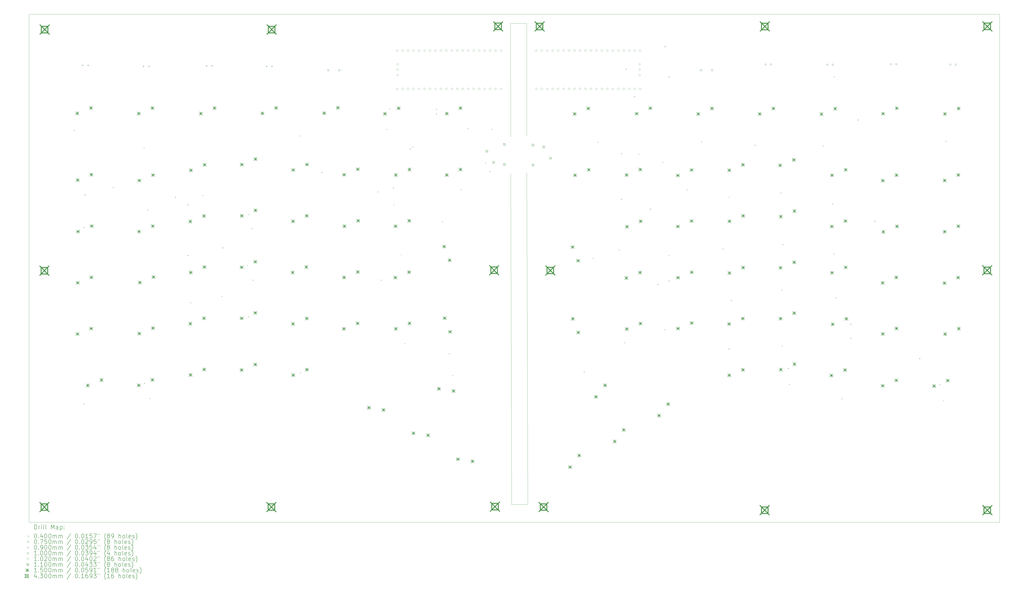
<source format=gbr>
%TF.GenerationSoftware,KiCad,Pcbnew,6.0.10-86aedd382b~118~ubuntu22.04.1*%
%TF.CreationDate,2023-02-01T13:13:33+01:00*%
%TF.ProjectId,europe-ergo-smd,6575726f-7065-42d6-9572-676f2d736d64,rev?*%
%TF.SameCoordinates,Original*%
%TF.FileFunction,Drillmap*%
%TF.FilePolarity,Positive*%
%FSLAX45Y45*%
G04 Gerber Fmt 4.5, Leading zero omitted, Abs format (unit mm)*
G04 Created by KiCad (PCBNEW 6.0.10-86aedd382b~118~ubuntu22.04.1) date 2023-02-01 13:13:33*
%MOMM*%
%LPD*%
G01*
G04 APERTURE LIST*
%ADD10C,0.100000*%
%ADD11C,0.200000*%
%ADD12C,0.040000*%
%ADD13C,0.075000*%
%ADD14C,0.090000*%
%ADD15C,0.102000*%
%ADD16C,0.110000*%
%ADD17C,0.150000*%
%ADD18C,0.430000*%
G04 APERTURE END LIST*
D10*
X30857000Y-8388000D02*
X30850000Y-3125000D01*
X31607500Y-8340000D02*
X31605000Y-3125000D01*
X31255000Y-25475000D02*
X31655000Y-25475000D01*
X8500000Y-2700000D02*
X30850000Y-2700000D01*
X53555000Y-26300000D02*
X53555000Y-2700000D01*
X31255000Y-26300000D02*
X31655000Y-26300000D01*
X8500000Y-26300000D02*
X8500000Y-2700000D01*
X31255000Y-26300000D02*
X30900000Y-26300000D01*
X31255000Y-25475000D02*
X30900000Y-25475000D01*
X31605000Y-3125000D02*
X30850000Y-3125000D01*
X53555000Y-2700000D02*
X31605000Y-2700000D01*
X31655000Y-26300000D02*
X53555000Y-26300000D01*
X30857000Y-10108000D02*
X30900000Y-25475000D01*
X30850000Y-2700000D02*
X31605000Y-2700000D01*
X31607500Y-10060000D02*
X31655000Y-25475000D01*
X30900000Y-26300000D02*
X8500000Y-26300000D01*
D11*
D12*
X10580000Y-8080000D02*
X10620000Y-8120000D01*
X10620000Y-8080000D02*
X10580000Y-8120000D01*
X11030000Y-12580000D02*
X11070000Y-12620000D01*
X11070000Y-12580000D02*
X11030000Y-12620000D01*
X11030000Y-20780000D02*
X11070000Y-20820000D01*
X11070000Y-20780000D02*
X11030000Y-20820000D01*
X11080000Y-11080000D02*
X11120000Y-11120000D01*
X11120000Y-11080000D02*
X11080000Y-11120000D01*
X12380000Y-10730000D02*
X12420000Y-10770000D01*
X12420000Y-10730000D02*
X12380000Y-10770000D01*
X13821500Y-8894260D02*
X13861500Y-8934260D01*
X13861500Y-8894260D02*
X13821500Y-8934260D01*
X13830000Y-19830000D02*
X13870000Y-19870000D01*
X13870000Y-19830000D02*
X13830000Y-19870000D01*
X13987500Y-11780000D02*
X14027500Y-11820000D01*
X14027500Y-11780000D02*
X13987500Y-11820000D01*
X14080000Y-20530000D02*
X14120000Y-20570000D01*
X14120000Y-20530000D02*
X14080000Y-20570000D01*
X15280000Y-11180000D02*
X15320000Y-11220000D01*
X15320000Y-11180000D02*
X15280000Y-11220000D01*
X15849650Y-13889390D02*
X15889650Y-13929390D01*
X15889650Y-13889390D02*
X15849650Y-13929390D01*
X15859080Y-11536800D02*
X15899080Y-11576800D01*
X15899080Y-11536800D02*
X15859080Y-11576800D01*
X15995500Y-16080000D02*
X16035500Y-16120000D01*
X16035500Y-16080000D02*
X15995500Y-16120000D01*
X16557000Y-11095500D02*
X16597000Y-11135500D01*
X16597000Y-11095500D02*
X16557000Y-11135500D01*
X17430000Y-15780000D02*
X17470000Y-15820000D01*
X17470000Y-15780000D02*
X17430000Y-15820000D01*
X17480000Y-13530000D02*
X17520000Y-13570000D01*
X17520000Y-13530000D02*
X17480000Y-13570000D01*
X18630000Y-14330000D02*
X18670000Y-14370000D01*
X18670000Y-14330000D02*
X18630000Y-14370000D01*
X18680000Y-11980000D02*
X18720000Y-12020000D01*
X18720000Y-11980000D02*
X18680000Y-12020000D01*
X18680000Y-16730000D02*
X18720000Y-16770000D01*
X18720000Y-16730000D02*
X18680000Y-16770000D01*
X18830000Y-12630000D02*
X18870000Y-12670000D01*
X18870000Y-12630000D02*
X18830000Y-12670000D01*
X18880000Y-15030000D02*
X18920000Y-15070000D01*
X18920000Y-15030000D02*
X18880000Y-15070000D01*
X21030000Y-8330000D02*
X21070000Y-8370000D01*
X21070000Y-8330000D02*
X21030000Y-8370000D01*
X21080000Y-19330000D02*
X21120000Y-19370000D01*
X21120000Y-19330000D02*
X21080000Y-19370000D01*
X22080000Y-10030000D02*
X22120000Y-10070000D01*
X22120000Y-10030000D02*
X22080000Y-10070000D01*
X24680000Y-10930000D02*
X24720000Y-10970000D01*
X24720000Y-10930000D02*
X24680000Y-10970000D01*
X24830000Y-15030000D02*
X24870000Y-15070000D01*
X24870000Y-15030000D02*
X24830000Y-15070000D01*
X25080000Y-8030000D02*
X25120000Y-8070000D01*
X25120000Y-8030000D02*
X25080000Y-8070000D01*
X25230000Y-7080000D02*
X25270000Y-7120000D01*
X25270000Y-7080000D02*
X25230000Y-7120000D01*
X25390450Y-10741530D02*
X25430450Y-10781530D01*
X25430450Y-10741530D02*
X25390450Y-10781530D01*
X25421900Y-11527370D02*
X25461900Y-11567370D01*
X25461900Y-11527370D02*
X25421900Y-11567370D01*
X25767930Y-13847200D02*
X25807930Y-13887200D01*
X25807930Y-13847200D02*
X25767930Y-13887200D01*
X25930000Y-17980000D02*
X25970000Y-18020000D01*
X25970000Y-17980000D02*
X25930000Y-18020000D01*
X26182140Y-8930850D02*
X26222140Y-8970850D01*
X26222140Y-8930850D02*
X26182140Y-8970850D01*
X26296210Y-8831180D02*
X26336210Y-8871180D01*
X26336210Y-8831180D02*
X26296210Y-8871180D01*
X27394940Y-7096070D02*
X27434940Y-7136070D01*
X27434940Y-7096070D02*
X27394940Y-7136070D01*
X27394940Y-7317060D02*
X27434940Y-7357060D01*
X27434940Y-7317060D02*
X27394940Y-7357060D01*
X27680000Y-12330000D02*
X27720000Y-12370000D01*
X27720000Y-12330000D02*
X27680000Y-12370000D01*
X27982190Y-18451840D02*
X28022190Y-18491840D01*
X28022190Y-18451840D02*
X27982190Y-18491840D01*
X28141500Y-19464500D02*
X28181500Y-19504500D01*
X28181500Y-19464500D02*
X28141500Y-19504500D01*
X28530000Y-10830000D02*
X28570000Y-10870000D01*
X28570000Y-10830000D02*
X28530000Y-10870000D01*
X28848290Y-7984340D02*
X28888290Y-8024340D01*
X28888290Y-7984340D02*
X28848290Y-8024340D01*
X29680000Y-9580000D02*
X29720000Y-9620000D01*
X29720000Y-9580000D02*
X29680000Y-9620000D01*
X29880000Y-9980000D02*
X29920000Y-10020000D01*
X29920000Y-9980000D02*
X29880000Y-10020000D01*
X29980000Y-8030000D02*
X30020000Y-8070000D01*
X30020000Y-8030000D02*
X29980000Y-8070000D01*
X34253000Y-19295500D02*
X34293000Y-19335500D01*
X34293000Y-19295500D02*
X34253000Y-19335500D01*
X34680000Y-14030000D02*
X34720000Y-14070000D01*
X34720000Y-14030000D02*
X34680000Y-14070000D01*
X34880000Y-8630000D02*
X34920000Y-8670000D01*
X34920000Y-8630000D02*
X34880000Y-8670000D01*
X35881630Y-13621480D02*
X35921630Y-13661480D01*
X35921630Y-13621480D02*
X35881630Y-13661480D01*
X35980000Y-11280000D02*
X36020000Y-11320000D01*
X36020000Y-11280000D02*
X35980000Y-11320000D01*
X35980120Y-9153830D02*
X36020120Y-9193830D01*
X36020120Y-9153830D02*
X35980120Y-9193830D01*
X36130000Y-17930000D02*
X36170000Y-17970000D01*
X36170000Y-17930000D02*
X36130000Y-17970000D01*
X36193550Y-5228650D02*
X36233550Y-5268650D01*
X36233550Y-5228650D02*
X36193550Y-5268650D01*
X36595520Y-6507630D02*
X36635520Y-6547630D01*
X36635520Y-6507630D02*
X36595520Y-6547630D01*
X36780000Y-9180000D02*
X36820000Y-9220000D01*
X36820000Y-9180000D02*
X36780000Y-9220000D01*
X37330000Y-11730000D02*
X37370000Y-11770000D01*
X37370000Y-11730000D02*
X37330000Y-11770000D01*
X37680000Y-15230000D02*
X37720000Y-15270000D01*
X37720000Y-15230000D02*
X37680000Y-15270000D01*
X37903890Y-9559020D02*
X37943890Y-9599020D01*
X37943890Y-9559020D02*
X37903890Y-9599020D01*
X37980000Y-17330000D02*
X38020000Y-17370000D01*
X38020000Y-17330000D02*
X37980000Y-17370000D01*
X38007750Y-4187680D02*
X38047750Y-4227680D01*
X38047750Y-4187680D02*
X38007750Y-4227680D01*
X38188050Y-5587990D02*
X38228050Y-5627990D01*
X38228050Y-5587990D02*
X38188050Y-5627990D01*
X38188050Y-13889390D02*
X38228050Y-13929390D01*
X38228050Y-13889390D02*
X38188050Y-13929390D01*
X38188050Y-15070400D02*
X38228050Y-15110400D01*
X38228050Y-15070400D02*
X38188050Y-15110400D01*
X39030000Y-10830000D02*
X39070000Y-10870000D01*
X39070000Y-10830000D02*
X39030000Y-10870000D01*
X39698520Y-8601420D02*
X39738520Y-8641420D01*
X39738520Y-8601420D02*
X39698520Y-8641420D01*
X40697560Y-13580000D02*
X40737560Y-13620000D01*
X40737560Y-13580000D02*
X40697560Y-13620000D01*
X40975450Y-18219760D02*
X41015450Y-18259760D01*
X41015450Y-18219760D02*
X40975450Y-18259760D01*
X40983500Y-11180000D02*
X41023500Y-11220000D01*
X41023500Y-11180000D02*
X40983500Y-11220000D01*
X41083500Y-15980000D02*
X41123500Y-16020000D01*
X41123500Y-15980000D02*
X41083500Y-16020000D01*
X42186360Y-8762370D02*
X42226360Y-8802370D01*
X42226360Y-8762370D02*
X42186360Y-8802370D01*
X43383500Y-10980000D02*
X43423500Y-11020000D01*
X43423500Y-10980000D02*
X43383500Y-11020000D01*
X43425630Y-15495500D02*
X43465630Y-15535500D01*
X43465630Y-15495500D02*
X43425630Y-15535500D01*
X43445500Y-18080000D02*
X43485500Y-18120000D01*
X43485500Y-18080000D02*
X43445500Y-18120000D01*
X43483500Y-13380000D02*
X43523500Y-13420000D01*
X43523500Y-13380000D02*
X43483500Y-13420000D01*
X43730000Y-19130000D02*
X43770000Y-19170000D01*
X43770000Y-19130000D02*
X43730000Y-19170000D01*
X43780000Y-19880000D02*
X43820000Y-19920000D01*
X43820000Y-19880000D02*
X43780000Y-19920000D01*
X45349570Y-8790370D02*
X45389570Y-8830370D01*
X45389570Y-8790370D02*
X45349570Y-8830370D01*
X45785220Y-11480000D02*
X45825220Y-11520000D01*
X45825220Y-11480000D02*
X45785220Y-11520000D01*
X45845500Y-13811040D02*
X45885500Y-13851040D01*
X45885500Y-13811040D02*
X45845500Y-13851040D01*
X45864000Y-5579900D02*
X45904000Y-5619900D01*
X45904000Y-5579900D02*
X45864000Y-5619900D01*
X45929980Y-15849490D02*
X45969980Y-15889490D01*
X45969980Y-15849490D02*
X45929980Y-15889490D01*
X46208130Y-20539340D02*
X46248130Y-20579340D01*
X46248130Y-20539340D02*
X46208130Y-20579340D01*
X46630000Y-17080000D02*
X46670000Y-17120000D01*
X46670000Y-17080000D02*
X46630000Y-17120000D01*
X46630000Y-17730000D02*
X46670000Y-17770000D01*
X46670000Y-17730000D02*
X46630000Y-17770000D01*
X46963850Y-7590670D02*
X47003850Y-7630670D01*
X47003850Y-7590670D02*
X46963850Y-7630670D01*
X47745380Y-12298440D02*
X47785380Y-12338440D01*
X47785380Y-12298440D02*
X47745380Y-12338440D01*
X49830000Y-18680000D02*
X49870000Y-18720000D01*
X49870000Y-18680000D02*
X49830000Y-18720000D01*
X50780000Y-19880000D02*
X50820000Y-19920000D01*
X50820000Y-19880000D02*
X50780000Y-19920000D01*
X50930000Y-20630000D02*
X50970000Y-20670000D01*
X50970000Y-20630000D02*
X50930000Y-20670000D01*
X51045500Y-8580000D02*
X51085500Y-8620000D01*
X51085500Y-8580000D02*
X51045500Y-8620000D01*
D13*
X42728970Y-5034000D02*
G75*
G03*
X42728970Y-5034000I-37500J0D01*
G01*
X42982970Y-5034000D02*
G75*
G03*
X42982970Y-5034000I-37500J0D01*
G01*
X45598970Y-5044000D02*
G75*
G03*
X45598970Y-5044000I-37500J0D01*
G01*
X45852970Y-5044000D02*
G75*
G03*
X45852970Y-5044000I-37500J0D01*
G01*
X48548970Y-5024000D02*
G75*
G03*
X48548970Y-5024000I-37500J0D01*
G01*
X48802970Y-5024000D02*
G75*
G03*
X48802970Y-5024000I-37500J0D01*
G01*
X51310500Y-5044000D02*
G75*
G03*
X51310500Y-5044000I-37500J0D01*
G01*
X51564500Y-5044000D02*
G75*
G03*
X51564500Y-5044000I-37500J0D01*
G01*
D14*
X10990000Y-5025000D02*
X10990000Y-5115000D01*
X10945000Y-5070000D02*
X11035000Y-5070000D01*
X11244000Y-5025000D02*
X11244000Y-5115000D01*
X11199000Y-5070000D02*
X11289000Y-5070000D01*
X13810000Y-5075000D02*
X13810000Y-5165000D01*
X13765000Y-5120000D02*
X13855000Y-5120000D01*
X14064000Y-5075000D02*
X14064000Y-5165000D01*
X14019000Y-5120000D02*
X14109000Y-5120000D01*
X16740000Y-5055000D02*
X16740000Y-5145000D01*
X16695000Y-5100000D02*
X16785000Y-5100000D01*
X16994000Y-5055000D02*
X16994000Y-5145000D01*
X16949000Y-5100000D02*
X17039000Y-5100000D01*
X19520000Y-5075000D02*
X19520000Y-5165000D01*
X19475000Y-5120000D02*
X19565000Y-5120000D01*
X19774000Y-5075000D02*
X19774000Y-5165000D01*
X19729000Y-5120000D02*
X19819000Y-5120000D01*
D10*
X22427356Y-5335356D02*
X22427356Y-5264644D01*
X22356644Y-5264644D01*
X22356644Y-5335356D01*
X22427356Y-5335356D01*
X22935356Y-5335356D02*
X22935356Y-5264644D01*
X22864644Y-5264644D01*
X22864644Y-5335356D01*
X22935356Y-5335356D01*
X39736356Y-5335356D02*
X39736356Y-5264644D01*
X39665644Y-5264644D01*
X39665644Y-5335356D01*
X39736356Y-5335356D01*
X40244356Y-5335356D02*
X40244356Y-5264644D01*
X40173644Y-5264644D01*
X40173644Y-5335356D01*
X40244356Y-5335356D01*
D15*
X25587000Y-4434500D02*
X25638000Y-4383500D01*
X25587000Y-4332500D01*
X25536000Y-4383500D01*
X25587000Y-4434500D01*
X25587000Y-6212500D02*
X25638000Y-6161500D01*
X25587000Y-6110500D01*
X25536000Y-6161500D01*
X25587000Y-6212500D01*
X25610000Y-5069500D02*
X25661000Y-5018500D01*
X25610000Y-4967500D01*
X25559000Y-5018500D01*
X25610000Y-5069500D01*
X25610000Y-5323500D02*
X25661000Y-5272500D01*
X25610000Y-5221500D01*
X25559000Y-5272500D01*
X25610000Y-5323500D01*
X25610000Y-5577500D02*
X25661000Y-5526500D01*
X25610000Y-5475500D01*
X25559000Y-5526500D01*
X25610000Y-5577500D01*
X25841000Y-4434500D02*
X25892000Y-4383500D01*
X25841000Y-4332500D01*
X25790000Y-4383500D01*
X25841000Y-4434500D01*
X25841000Y-6212500D02*
X25892000Y-6161500D01*
X25841000Y-6110500D01*
X25790000Y-6161500D01*
X25841000Y-6212500D01*
X26095000Y-4434500D02*
X26146000Y-4383500D01*
X26095000Y-4332500D01*
X26044000Y-4383500D01*
X26095000Y-4434500D01*
X26095000Y-6212500D02*
X26146000Y-6161500D01*
X26095000Y-6110500D01*
X26044000Y-6161500D01*
X26095000Y-6212500D01*
X26349000Y-4434500D02*
X26400000Y-4383500D01*
X26349000Y-4332500D01*
X26298000Y-4383500D01*
X26349000Y-4434500D01*
X26349000Y-6212500D02*
X26400000Y-6161500D01*
X26349000Y-6110500D01*
X26298000Y-6161500D01*
X26349000Y-6212500D01*
X26603000Y-4434500D02*
X26654000Y-4383500D01*
X26603000Y-4332500D01*
X26552000Y-4383500D01*
X26603000Y-4434500D01*
X26603000Y-6212500D02*
X26654000Y-6161500D01*
X26603000Y-6110500D01*
X26552000Y-6161500D01*
X26603000Y-6212500D01*
X26857000Y-4434500D02*
X26908000Y-4383500D01*
X26857000Y-4332500D01*
X26806000Y-4383500D01*
X26857000Y-4434500D01*
X26857000Y-6212500D02*
X26908000Y-6161500D01*
X26857000Y-6110500D01*
X26806000Y-6161500D01*
X26857000Y-6212500D01*
X27111000Y-4434500D02*
X27162000Y-4383500D01*
X27111000Y-4332500D01*
X27060000Y-4383500D01*
X27111000Y-4434500D01*
X27111000Y-6212500D02*
X27162000Y-6161500D01*
X27111000Y-6110500D01*
X27060000Y-6161500D01*
X27111000Y-6212500D01*
X27365000Y-4434500D02*
X27416000Y-4383500D01*
X27365000Y-4332500D01*
X27314000Y-4383500D01*
X27365000Y-4434500D01*
X27365000Y-6212500D02*
X27416000Y-6161500D01*
X27365000Y-6110500D01*
X27314000Y-6161500D01*
X27365000Y-6212500D01*
X27619000Y-4434500D02*
X27670000Y-4383500D01*
X27619000Y-4332500D01*
X27568000Y-4383500D01*
X27619000Y-4434500D01*
X27619000Y-6212500D02*
X27670000Y-6161500D01*
X27619000Y-6110500D01*
X27568000Y-6161500D01*
X27619000Y-6212500D01*
X27873000Y-4434500D02*
X27924000Y-4383500D01*
X27873000Y-4332500D01*
X27822000Y-4383500D01*
X27873000Y-4434500D01*
X27873000Y-6212500D02*
X27924000Y-6161500D01*
X27873000Y-6110500D01*
X27822000Y-6161500D01*
X27873000Y-6212500D01*
X28127000Y-4434500D02*
X28178000Y-4383500D01*
X28127000Y-4332500D01*
X28076000Y-4383500D01*
X28127000Y-4434500D01*
X28127000Y-6212500D02*
X28178000Y-6161500D01*
X28127000Y-6110500D01*
X28076000Y-6161500D01*
X28127000Y-6212500D01*
X28381000Y-4434500D02*
X28432000Y-4383500D01*
X28381000Y-4332500D01*
X28330000Y-4383500D01*
X28381000Y-4434500D01*
X28381000Y-6212500D02*
X28432000Y-6161500D01*
X28381000Y-6110500D01*
X28330000Y-6161500D01*
X28381000Y-6212500D01*
X28635000Y-4434500D02*
X28686000Y-4383500D01*
X28635000Y-4332500D01*
X28584000Y-4383500D01*
X28635000Y-4434500D01*
X28635000Y-6212500D02*
X28686000Y-6161500D01*
X28635000Y-6110500D01*
X28584000Y-6161500D01*
X28635000Y-6212500D01*
X28889000Y-4434500D02*
X28940000Y-4383500D01*
X28889000Y-4332500D01*
X28838000Y-4383500D01*
X28889000Y-4434500D01*
X28889000Y-6212500D02*
X28940000Y-6161500D01*
X28889000Y-6110500D01*
X28838000Y-6161500D01*
X28889000Y-6212500D01*
X29143000Y-4434500D02*
X29194000Y-4383500D01*
X29143000Y-4332500D01*
X29092000Y-4383500D01*
X29143000Y-4434500D01*
X29143000Y-6212500D02*
X29194000Y-6161500D01*
X29143000Y-6110500D01*
X29092000Y-6161500D01*
X29143000Y-6212500D01*
X29397000Y-4434500D02*
X29448000Y-4383500D01*
X29397000Y-4332500D01*
X29346000Y-4383500D01*
X29397000Y-4434500D01*
X29397000Y-6212500D02*
X29448000Y-6161500D01*
X29397000Y-6110500D01*
X29346000Y-6161500D01*
X29397000Y-6212500D01*
X29651000Y-4434500D02*
X29702000Y-4383500D01*
X29651000Y-4332500D01*
X29600000Y-4383500D01*
X29651000Y-4434500D01*
X29651000Y-6212500D02*
X29702000Y-6161500D01*
X29651000Y-6110500D01*
X29600000Y-6161500D01*
X29651000Y-6212500D01*
X29905000Y-4434500D02*
X29956000Y-4383500D01*
X29905000Y-4332500D01*
X29854000Y-4383500D01*
X29905000Y-4434500D01*
X29905000Y-6212500D02*
X29956000Y-6161500D01*
X29905000Y-6110500D01*
X29854000Y-6161500D01*
X29905000Y-6212500D01*
X30159000Y-4434500D02*
X30210000Y-4383500D01*
X30159000Y-4332500D01*
X30108000Y-4383500D01*
X30159000Y-4434500D01*
X30159000Y-6212500D02*
X30210000Y-6161500D01*
X30159000Y-6110500D01*
X30108000Y-6161500D01*
X30159000Y-6212500D01*
X30413000Y-4434500D02*
X30464000Y-4383500D01*
X30413000Y-4332500D01*
X30362000Y-4383500D01*
X30413000Y-4434500D01*
X30413000Y-6212500D02*
X30464000Y-6161500D01*
X30413000Y-6110500D01*
X30362000Y-6161500D01*
X30413000Y-6212500D01*
X32042000Y-4434500D02*
X32093000Y-4383500D01*
X32042000Y-4332500D01*
X31991000Y-4383500D01*
X32042000Y-4434500D01*
X32042000Y-6212500D02*
X32093000Y-6161500D01*
X32042000Y-6110500D01*
X31991000Y-6161500D01*
X32042000Y-6212500D01*
X32296000Y-4434500D02*
X32347000Y-4383500D01*
X32296000Y-4332500D01*
X32245000Y-4383500D01*
X32296000Y-4434500D01*
X32296000Y-6212500D02*
X32347000Y-6161500D01*
X32296000Y-6110500D01*
X32245000Y-6161500D01*
X32296000Y-6212500D01*
X32550000Y-4434500D02*
X32601000Y-4383500D01*
X32550000Y-4332500D01*
X32499000Y-4383500D01*
X32550000Y-4434500D01*
X32550000Y-6212500D02*
X32601000Y-6161500D01*
X32550000Y-6110500D01*
X32499000Y-6161500D01*
X32550000Y-6212500D01*
X32804000Y-4434500D02*
X32855000Y-4383500D01*
X32804000Y-4332500D01*
X32753000Y-4383500D01*
X32804000Y-4434500D01*
X32804000Y-6212500D02*
X32855000Y-6161500D01*
X32804000Y-6110500D01*
X32753000Y-6161500D01*
X32804000Y-6212500D01*
X33058000Y-4434500D02*
X33109000Y-4383500D01*
X33058000Y-4332500D01*
X33007000Y-4383500D01*
X33058000Y-4434500D01*
X33058000Y-6212500D02*
X33109000Y-6161500D01*
X33058000Y-6110500D01*
X33007000Y-6161500D01*
X33058000Y-6212500D01*
X33312000Y-4434500D02*
X33363000Y-4383500D01*
X33312000Y-4332500D01*
X33261000Y-4383500D01*
X33312000Y-4434500D01*
X33312000Y-6212500D02*
X33363000Y-6161500D01*
X33312000Y-6110500D01*
X33261000Y-6161500D01*
X33312000Y-6212500D01*
X33566000Y-4434500D02*
X33617000Y-4383500D01*
X33566000Y-4332500D01*
X33515000Y-4383500D01*
X33566000Y-4434500D01*
X33566000Y-6212500D02*
X33617000Y-6161500D01*
X33566000Y-6110500D01*
X33515000Y-6161500D01*
X33566000Y-6212500D01*
X33820000Y-4434500D02*
X33871000Y-4383500D01*
X33820000Y-4332500D01*
X33769000Y-4383500D01*
X33820000Y-4434500D01*
X33820000Y-6212500D02*
X33871000Y-6161500D01*
X33820000Y-6110500D01*
X33769000Y-6161500D01*
X33820000Y-6212500D01*
X34074000Y-4434500D02*
X34125000Y-4383500D01*
X34074000Y-4332500D01*
X34023000Y-4383500D01*
X34074000Y-4434500D01*
X34074000Y-6212500D02*
X34125000Y-6161500D01*
X34074000Y-6110500D01*
X34023000Y-6161500D01*
X34074000Y-6212500D01*
X34328000Y-4434500D02*
X34379000Y-4383500D01*
X34328000Y-4332500D01*
X34277000Y-4383500D01*
X34328000Y-4434500D01*
X34328000Y-6212500D02*
X34379000Y-6161500D01*
X34328000Y-6110500D01*
X34277000Y-6161500D01*
X34328000Y-6212500D01*
X34582000Y-4434500D02*
X34633000Y-4383500D01*
X34582000Y-4332500D01*
X34531000Y-4383500D01*
X34582000Y-4434500D01*
X34582000Y-6212500D02*
X34633000Y-6161500D01*
X34582000Y-6110500D01*
X34531000Y-6161500D01*
X34582000Y-6212500D01*
X34836000Y-4434500D02*
X34887000Y-4383500D01*
X34836000Y-4332500D01*
X34785000Y-4383500D01*
X34836000Y-4434500D01*
X34836000Y-6212500D02*
X34887000Y-6161500D01*
X34836000Y-6110500D01*
X34785000Y-6161500D01*
X34836000Y-6212500D01*
X35090000Y-4434500D02*
X35141000Y-4383500D01*
X35090000Y-4332500D01*
X35039000Y-4383500D01*
X35090000Y-4434500D01*
X35090000Y-6212500D02*
X35141000Y-6161500D01*
X35090000Y-6110500D01*
X35039000Y-6161500D01*
X35090000Y-6212500D01*
X35344000Y-4434500D02*
X35395000Y-4383500D01*
X35344000Y-4332500D01*
X35293000Y-4383500D01*
X35344000Y-4434500D01*
X35344000Y-6212500D02*
X35395000Y-6161500D01*
X35344000Y-6110500D01*
X35293000Y-6161500D01*
X35344000Y-6212500D01*
X35598000Y-4434500D02*
X35649000Y-4383500D01*
X35598000Y-4332500D01*
X35547000Y-4383500D01*
X35598000Y-4434500D01*
X35598000Y-6212500D02*
X35649000Y-6161500D01*
X35598000Y-6110500D01*
X35547000Y-6161500D01*
X35598000Y-6212500D01*
X35852000Y-4434500D02*
X35903000Y-4383500D01*
X35852000Y-4332500D01*
X35801000Y-4383500D01*
X35852000Y-4434500D01*
X35852000Y-6212500D02*
X35903000Y-6161500D01*
X35852000Y-6110500D01*
X35801000Y-6161500D01*
X35852000Y-6212500D01*
X36106000Y-4434500D02*
X36157000Y-4383500D01*
X36106000Y-4332500D01*
X36055000Y-4383500D01*
X36106000Y-4434500D01*
X36106000Y-6212500D02*
X36157000Y-6161500D01*
X36106000Y-6110500D01*
X36055000Y-6161500D01*
X36106000Y-6212500D01*
X36360000Y-4434500D02*
X36411000Y-4383500D01*
X36360000Y-4332500D01*
X36309000Y-4383500D01*
X36360000Y-4434500D01*
X36360000Y-6212500D02*
X36411000Y-6161500D01*
X36360000Y-6110500D01*
X36309000Y-6161500D01*
X36360000Y-6212500D01*
X36614000Y-4434500D02*
X36665000Y-4383500D01*
X36614000Y-4332500D01*
X36563000Y-4383500D01*
X36614000Y-4434500D01*
X36614000Y-6212500D02*
X36665000Y-6161500D01*
X36614000Y-6110500D01*
X36563000Y-6161500D01*
X36614000Y-6212500D01*
X36845000Y-5069500D02*
X36896000Y-5018500D01*
X36845000Y-4967500D01*
X36794000Y-5018500D01*
X36845000Y-5069500D01*
X36845000Y-5323500D02*
X36896000Y-5272500D01*
X36845000Y-5221500D01*
X36794000Y-5272500D01*
X36845000Y-5323500D01*
X36845000Y-5577500D02*
X36896000Y-5526500D01*
X36845000Y-5475500D01*
X36794000Y-5526500D01*
X36845000Y-5577500D01*
X36868000Y-4434500D02*
X36919000Y-4383500D01*
X36868000Y-4332500D01*
X36817000Y-4383500D01*
X36868000Y-4434500D01*
X36868000Y-6212500D02*
X36919000Y-6161500D01*
X36868000Y-6110500D01*
X36817000Y-6161500D01*
X36868000Y-6212500D01*
D16*
X29702000Y-9008000D02*
X29812000Y-9118000D01*
X29812000Y-9008000D02*
X29702000Y-9118000D01*
X29812000Y-9063000D02*
G75*
G03*
X29812000Y-9063000I-55000J0D01*
G01*
X30012000Y-9528000D02*
X30122000Y-9638000D01*
X30122000Y-9528000D02*
X30012000Y-9638000D01*
X30122000Y-9583000D02*
G75*
G03*
X30122000Y-9583000I-55000J0D01*
G01*
X30512000Y-8688000D02*
X30622000Y-8798000D01*
X30622000Y-8688000D02*
X30512000Y-8798000D01*
X30622000Y-8743000D02*
G75*
G03*
X30622000Y-8743000I-55000J0D01*
G01*
X30512000Y-9618000D02*
X30622000Y-9728000D01*
X30622000Y-9618000D02*
X30512000Y-9728000D01*
X30622000Y-9673000D02*
G75*
G03*
X30622000Y-9673000I-55000J0D01*
G01*
X31842500Y-8720000D02*
X31952500Y-8830000D01*
X31952500Y-8720000D02*
X31842500Y-8830000D01*
X31952500Y-8775000D02*
G75*
G03*
X31952500Y-8775000I-55000J0D01*
G01*
X31842500Y-9650000D02*
X31952500Y-9760000D01*
X31952500Y-9650000D02*
X31842500Y-9760000D01*
X31952500Y-9705000D02*
G75*
G03*
X31952500Y-9705000I-55000J0D01*
G01*
X32342500Y-8810000D02*
X32452500Y-8920000D01*
X32452500Y-8810000D02*
X32342500Y-8920000D01*
X32452500Y-8865000D02*
G75*
G03*
X32452500Y-8865000I-55000J0D01*
G01*
X32652500Y-9330000D02*
X32762500Y-9440000D01*
X32762500Y-9330000D02*
X32652500Y-9440000D01*
X32762500Y-9385000D02*
G75*
G03*
X32762500Y-9385000I-55000J0D01*
G01*
D17*
X10664000Y-7231000D02*
X10814000Y-7381000D01*
X10814000Y-7231000D02*
X10664000Y-7381000D01*
X10739000Y-7231000D02*
X10739000Y-7381000D01*
X10664000Y-7306000D02*
X10814000Y-7306000D01*
X10674000Y-17481000D02*
X10824000Y-17631000D01*
X10824000Y-17481000D02*
X10674000Y-17631000D01*
X10749000Y-17481000D02*
X10749000Y-17631000D01*
X10674000Y-17556000D02*
X10824000Y-17556000D01*
X10684000Y-10331000D02*
X10834000Y-10481000D01*
X10834000Y-10331000D02*
X10684000Y-10481000D01*
X10759000Y-10331000D02*
X10759000Y-10481000D01*
X10684000Y-10406000D02*
X10834000Y-10406000D01*
X10684000Y-15101000D02*
X10834000Y-15251000D01*
X10834000Y-15101000D02*
X10684000Y-15251000D01*
X10759000Y-15101000D02*
X10759000Y-15251000D01*
X10684000Y-15176000D02*
X10834000Y-15176000D01*
X10704000Y-12721000D02*
X10854000Y-12871000D01*
X10854000Y-12721000D02*
X10704000Y-12871000D01*
X10779000Y-12721000D02*
X10779000Y-12871000D01*
X10704000Y-12796000D02*
X10854000Y-12796000D01*
X11154000Y-19871000D02*
X11304000Y-20021000D01*
X11304000Y-19871000D02*
X11154000Y-20021000D01*
X11229000Y-19871000D02*
X11229000Y-20021000D01*
X11154000Y-19946000D02*
X11304000Y-19946000D01*
X11299000Y-6977000D02*
X11449000Y-7127000D01*
X11449000Y-6977000D02*
X11299000Y-7127000D01*
X11374000Y-6977000D02*
X11374000Y-7127000D01*
X11299000Y-7052000D02*
X11449000Y-7052000D01*
X11309000Y-17227000D02*
X11459000Y-17377000D01*
X11459000Y-17227000D02*
X11309000Y-17377000D01*
X11384000Y-17227000D02*
X11384000Y-17377000D01*
X11309000Y-17302000D02*
X11459000Y-17302000D01*
X11319000Y-10077000D02*
X11469000Y-10227000D01*
X11469000Y-10077000D02*
X11319000Y-10227000D01*
X11394000Y-10077000D02*
X11394000Y-10227000D01*
X11319000Y-10152000D02*
X11469000Y-10152000D01*
X11319000Y-14847000D02*
X11469000Y-14997000D01*
X11469000Y-14847000D02*
X11319000Y-14997000D01*
X11394000Y-14847000D02*
X11394000Y-14997000D01*
X11319000Y-14922000D02*
X11469000Y-14922000D01*
X11339000Y-12467000D02*
X11489000Y-12617000D01*
X11489000Y-12467000D02*
X11339000Y-12617000D01*
X11414000Y-12467000D02*
X11414000Y-12617000D01*
X11339000Y-12542000D02*
X11489000Y-12542000D01*
X11789000Y-19617000D02*
X11939000Y-19767000D01*
X11939000Y-19617000D02*
X11789000Y-19767000D01*
X11864000Y-19617000D02*
X11864000Y-19767000D01*
X11789000Y-19692000D02*
X11939000Y-19692000D01*
X13524000Y-7241000D02*
X13674000Y-7391000D01*
X13674000Y-7241000D02*
X13524000Y-7391000D01*
X13599000Y-7241000D02*
X13599000Y-7391000D01*
X13524000Y-7316000D02*
X13674000Y-7316000D01*
X13524000Y-19861000D02*
X13674000Y-20011000D01*
X13674000Y-19861000D02*
X13524000Y-20011000D01*
X13599000Y-19861000D02*
X13599000Y-20011000D01*
X13524000Y-19936000D02*
X13674000Y-19936000D01*
X13534000Y-12721000D02*
X13684000Y-12871000D01*
X13684000Y-12721000D02*
X13534000Y-12871000D01*
X13609000Y-12721000D02*
X13609000Y-12871000D01*
X13534000Y-12796000D02*
X13684000Y-12796000D01*
X13544000Y-10351000D02*
X13694000Y-10501000D01*
X13694000Y-10351000D02*
X13544000Y-10501000D01*
X13619000Y-10351000D02*
X13619000Y-10501000D01*
X13544000Y-10426000D02*
X13694000Y-10426000D01*
X13544000Y-17461000D02*
X13694000Y-17611000D01*
X13694000Y-17461000D02*
X13544000Y-17611000D01*
X13619000Y-17461000D02*
X13619000Y-17611000D01*
X13544000Y-17536000D02*
X13694000Y-17536000D01*
X13574000Y-15091000D02*
X13724000Y-15241000D01*
X13724000Y-15091000D02*
X13574000Y-15241000D01*
X13649000Y-15091000D02*
X13649000Y-15241000D01*
X13574000Y-15166000D02*
X13724000Y-15166000D01*
X14159000Y-6987000D02*
X14309000Y-7137000D01*
X14309000Y-6987000D02*
X14159000Y-7137000D01*
X14234000Y-6987000D02*
X14234000Y-7137000D01*
X14159000Y-7062000D02*
X14309000Y-7062000D01*
X14159000Y-19607000D02*
X14309000Y-19757000D01*
X14309000Y-19607000D02*
X14159000Y-19757000D01*
X14234000Y-19607000D02*
X14234000Y-19757000D01*
X14159000Y-19682000D02*
X14309000Y-19682000D01*
X14169000Y-12467000D02*
X14319000Y-12617000D01*
X14319000Y-12467000D02*
X14169000Y-12617000D01*
X14244000Y-12467000D02*
X14244000Y-12617000D01*
X14169000Y-12542000D02*
X14319000Y-12542000D01*
X14179000Y-10097000D02*
X14329000Y-10247000D01*
X14329000Y-10097000D02*
X14179000Y-10247000D01*
X14254000Y-10097000D02*
X14254000Y-10247000D01*
X14179000Y-10172000D02*
X14329000Y-10172000D01*
X14179000Y-17207000D02*
X14329000Y-17357000D01*
X14329000Y-17207000D02*
X14179000Y-17357000D01*
X14254000Y-17207000D02*
X14254000Y-17357000D01*
X14179000Y-17282000D02*
X14329000Y-17282000D01*
X14209000Y-14837000D02*
X14359000Y-14987000D01*
X14359000Y-14837000D02*
X14209000Y-14987000D01*
X14284000Y-14837000D02*
X14284000Y-14987000D01*
X14209000Y-14912000D02*
X14359000Y-14912000D01*
X15914000Y-12251000D02*
X16064000Y-12401000D01*
X16064000Y-12251000D02*
X15914000Y-12401000D01*
X15989000Y-12251000D02*
X15989000Y-12401000D01*
X15914000Y-12326000D02*
X16064000Y-12326000D01*
X15914000Y-17001000D02*
X16064000Y-17151000D01*
X16064000Y-17001000D02*
X15914000Y-17151000D01*
X15989000Y-17001000D02*
X15989000Y-17151000D01*
X15914000Y-17076000D02*
X16064000Y-17076000D01*
X15924000Y-19381000D02*
X16074000Y-19531000D01*
X16074000Y-19381000D02*
X15924000Y-19531000D01*
X15999000Y-19381000D02*
X15999000Y-19531000D01*
X15924000Y-19456000D02*
X16074000Y-19456000D01*
X15934000Y-14621000D02*
X16084000Y-14771000D01*
X16084000Y-14621000D02*
X15934000Y-14771000D01*
X16009000Y-14621000D02*
X16009000Y-14771000D01*
X15934000Y-14696000D02*
X16084000Y-14696000D01*
X15944000Y-9871000D02*
X16094000Y-10021000D01*
X16094000Y-9871000D02*
X15944000Y-10021000D01*
X16019000Y-9871000D02*
X16019000Y-10021000D01*
X15944000Y-9946000D02*
X16094000Y-9946000D01*
X16404000Y-7241000D02*
X16554000Y-7391000D01*
X16554000Y-7241000D02*
X16404000Y-7391000D01*
X16479000Y-7241000D02*
X16479000Y-7391000D01*
X16404000Y-7316000D02*
X16554000Y-7316000D01*
X16549000Y-11997000D02*
X16699000Y-12147000D01*
X16699000Y-11997000D02*
X16549000Y-12147000D01*
X16624000Y-11997000D02*
X16624000Y-12147000D01*
X16549000Y-12072000D02*
X16699000Y-12072000D01*
X16549000Y-16747000D02*
X16699000Y-16897000D01*
X16699000Y-16747000D02*
X16549000Y-16897000D01*
X16624000Y-16747000D02*
X16624000Y-16897000D01*
X16549000Y-16822000D02*
X16699000Y-16822000D01*
X16559000Y-19127000D02*
X16709000Y-19277000D01*
X16709000Y-19127000D02*
X16559000Y-19277000D01*
X16634000Y-19127000D02*
X16634000Y-19277000D01*
X16559000Y-19202000D02*
X16709000Y-19202000D01*
X16569000Y-14367000D02*
X16719000Y-14517000D01*
X16719000Y-14367000D02*
X16569000Y-14517000D01*
X16644000Y-14367000D02*
X16644000Y-14517000D01*
X16569000Y-14442000D02*
X16719000Y-14442000D01*
X16579000Y-9617000D02*
X16729000Y-9767000D01*
X16729000Y-9617000D02*
X16579000Y-9767000D01*
X16654000Y-9617000D02*
X16654000Y-9767000D01*
X16579000Y-9692000D02*
X16729000Y-9692000D01*
X17039000Y-6987000D02*
X17189000Y-7137000D01*
X17189000Y-6987000D02*
X17039000Y-7137000D01*
X17114000Y-6987000D02*
X17114000Y-7137000D01*
X17039000Y-7062000D02*
X17189000Y-7062000D01*
X18294000Y-14381000D02*
X18444000Y-14531000D01*
X18444000Y-14381000D02*
X18294000Y-14531000D01*
X18369000Y-14381000D02*
X18369000Y-14531000D01*
X18294000Y-14456000D02*
X18444000Y-14456000D01*
X18294000Y-16751000D02*
X18444000Y-16901000D01*
X18444000Y-16751000D02*
X18294000Y-16901000D01*
X18369000Y-16751000D02*
X18369000Y-16901000D01*
X18294000Y-16826000D02*
X18444000Y-16826000D01*
X18294000Y-19151000D02*
X18444000Y-19301000D01*
X18444000Y-19151000D02*
X18294000Y-19301000D01*
X18369000Y-19151000D02*
X18369000Y-19301000D01*
X18294000Y-19226000D02*
X18444000Y-19226000D01*
X18304000Y-9611000D02*
X18454000Y-9761000D01*
X18454000Y-9611000D02*
X18304000Y-9761000D01*
X18379000Y-9611000D02*
X18379000Y-9761000D01*
X18304000Y-9686000D02*
X18454000Y-9686000D01*
X18304000Y-11991000D02*
X18454000Y-12141000D01*
X18454000Y-11991000D02*
X18304000Y-12141000D01*
X18379000Y-11991000D02*
X18379000Y-12141000D01*
X18304000Y-12066000D02*
X18454000Y-12066000D01*
X18929000Y-14127000D02*
X19079000Y-14277000D01*
X19079000Y-14127000D02*
X18929000Y-14277000D01*
X19004000Y-14127000D02*
X19004000Y-14277000D01*
X18929000Y-14202000D02*
X19079000Y-14202000D01*
X18929000Y-16497000D02*
X19079000Y-16647000D01*
X19079000Y-16497000D02*
X18929000Y-16647000D01*
X19004000Y-16497000D02*
X19004000Y-16647000D01*
X18929000Y-16572000D02*
X19079000Y-16572000D01*
X18929000Y-18897000D02*
X19079000Y-19047000D01*
X19079000Y-18897000D02*
X18929000Y-19047000D01*
X19004000Y-18897000D02*
X19004000Y-19047000D01*
X18929000Y-18972000D02*
X19079000Y-18972000D01*
X18939000Y-9357000D02*
X19089000Y-9507000D01*
X19089000Y-9357000D02*
X18939000Y-9507000D01*
X19014000Y-9357000D02*
X19014000Y-9507000D01*
X18939000Y-9432000D02*
X19089000Y-9432000D01*
X18939000Y-11737000D02*
X19089000Y-11887000D01*
X19089000Y-11737000D02*
X18939000Y-11887000D01*
X19014000Y-11737000D02*
X19014000Y-11887000D01*
X18939000Y-11812000D02*
X19089000Y-11812000D01*
X19264000Y-7231000D02*
X19414000Y-7381000D01*
X19414000Y-7231000D02*
X19264000Y-7381000D01*
X19339000Y-7231000D02*
X19339000Y-7381000D01*
X19264000Y-7306000D02*
X19414000Y-7306000D01*
X19899000Y-6977000D02*
X20049000Y-7127000D01*
X20049000Y-6977000D02*
X19899000Y-7127000D01*
X19974000Y-6977000D02*
X19974000Y-7127000D01*
X19899000Y-7052000D02*
X20049000Y-7052000D01*
X20664000Y-14621000D02*
X20814000Y-14771000D01*
X20814000Y-14621000D02*
X20664000Y-14771000D01*
X20739000Y-14621000D02*
X20739000Y-14771000D01*
X20664000Y-14696000D02*
X20814000Y-14696000D01*
X20684000Y-12241000D02*
X20834000Y-12391000D01*
X20834000Y-12241000D02*
X20684000Y-12391000D01*
X20759000Y-12241000D02*
X20759000Y-12391000D01*
X20684000Y-12316000D02*
X20834000Y-12316000D01*
X20684000Y-17011000D02*
X20834000Y-17161000D01*
X20834000Y-17011000D02*
X20684000Y-17161000D01*
X20759000Y-17011000D02*
X20759000Y-17161000D01*
X20684000Y-17086000D02*
X20834000Y-17086000D01*
X20694000Y-9861000D02*
X20844000Y-10011000D01*
X20844000Y-9861000D02*
X20694000Y-10011000D01*
X20769000Y-9861000D02*
X20769000Y-10011000D01*
X20694000Y-9936000D02*
X20844000Y-9936000D01*
X20694000Y-19391000D02*
X20844000Y-19541000D01*
X20844000Y-19391000D02*
X20694000Y-19541000D01*
X20769000Y-19391000D02*
X20769000Y-19541000D01*
X20694000Y-19466000D02*
X20844000Y-19466000D01*
X21299000Y-14367000D02*
X21449000Y-14517000D01*
X21449000Y-14367000D02*
X21299000Y-14517000D01*
X21374000Y-14367000D02*
X21374000Y-14517000D01*
X21299000Y-14442000D02*
X21449000Y-14442000D01*
X21319000Y-11987000D02*
X21469000Y-12137000D01*
X21469000Y-11987000D02*
X21319000Y-12137000D01*
X21394000Y-11987000D02*
X21394000Y-12137000D01*
X21319000Y-12062000D02*
X21469000Y-12062000D01*
X21319000Y-16757000D02*
X21469000Y-16907000D01*
X21469000Y-16757000D02*
X21319000Y-16907000D01*
X21394000Y-16757000D02*
X21394000Y-16907000D01*
X21319000Y-16832000D02*
X21469000Y-16832000D01*
X21329000Y-9607000D02*
X21479000Y-9757000D01*
X21479000Y-9607000D02*
X21329000Y-9757000D01*
X21404000Y-9607000D02*
X21404000Y-9757000D01*
X21329000Y-9682000D02*
X21479000Y-9682000D01*
X21329000Y-19137000D02*
X21479000Y-19287000D01*
X21479000Y-19137000D02*
X21329000Y-19287000D01*
X21404000Y-19137000D02*
X21404000Y-19287000D01*
X21329000Y-19212000D02*
X21479000Y-19212000D01*
X22134000Y-7221000D02*
X22284000Y-7371000D01*
X22284000Y-7221000D02*
X22134000Y-7371000D01*
X22209000Y-7221000D02*
X22209000Y-7371000D01*
X22134000Y-7296000D02*
X22284000Y-7296000D01*
X22769000Y-6967000D02*
X22919000Y-7117000D01*
X22919000Y-6967000D02*
X22769000Y-7117000D01*
X22844000Y-6967000D02*
X22844000Y-7117000D01*
X22769000Y-7042000D02*
X22919000Y-7042000D01*
X23044000Y-17241000D02*
X23194000Y-17391000D01*
X23194000Y-17241000D02*
X23044000Y-17391000D01*
X23119000Y-17241000D02*
X23119000Y-17391000D01*
X23044000Y-17316000D02*
X23194000Y-17316000D01*
X23054000Y-10081000D02*
X23204000Y-10231000D01*
X23204000Y-10081000D02*
X23054000Y-10231000D01*
X23129000Y-10081000D02*
X23129000Y-10231000D01*
X23054000Y-10156000D02*
X23204000Y-10156000D01*
X23054000Y-14851000D02*
X23204000Y-15001000D01*
X23204000Y-14851000D02*
X23054000Y-15001000D01*
X23129000Y-14851000D02*
X23129000Y-15001000D01*
X23054000Y-14926000D02*
X23204000Y-14926000D01*
X23074000Y-12471000D02*
X23224000Y-12621000D01*
X23224000Y-12471000D02*
X23074000Y-12621000D01*
X23149000Y-12471000D02*
X23149000Y-12621000D01*
X23074000Y-12546000D02*
X23224000Y-12546000D01*
X23679000Y-16987000D02*
X23829000Y-17137000D01*
X23829000Y-16987000D02*
X23679000Y-17137000D01*
X23754000Y-16987000D02*
X23754000Y-17137000D01*
X23679000Y-17062000D02*
X23829000Y-17062000D01*
X23689000Y-9827000D02*
X23839000Y-9977000D01*
X23839000Y-9827000D02*
X23689000Y-9977000D01*
X23764000Y-9827000D02*
X23764000Y-9977000D01*
X23689000Y-9902000D02*
X23839000Y-9902000D01*
X23689000Y-14597000D02*
X23839000Y-14747000D01*
X23839000Y-14597000D02*
X23689000Y-14747000D01*
X23764000Y-14597000D02*
X23764000Y-14747000D01*
X23689000Y-14672000D02*
X23839000Y-14672000D01*
X23709000Y-12217000D02*
X23859000Y-12367000D01*
X23859000Y-12217000D02*
X23709000Y-12367000D01*
X23784000Y-12217000D02*
X23784000Y-12367000D01*
X23709000Y-12292000D02*
X23859000Y-12292000D01*
X24206044Y-20906531D02*
X24356044Y-21056531D01*
X24356044Y-20906531D02*
X24206044Y-21056531D01*
X24281044Y-20906531D02*
X24281044Y-21056531D01*
X24206044Y-20981531D02*
X24356044Y-20981531D01*
X24882970Y-21004060D02*
X25032970Y-21154060D01*
X25032970Y-21004060D02*
X24882970Y-21154060D01*
X24957970Y-21004060D02*
X24957970Y-21154060D01*
X24882970Y-21079060D02*
X25032970Y-21079060D01*
X24954000Y-7251000D02*
X25104000Y-7401000D01*
X25104000Y-7251000D02*
X24954000Y-7401000D01*
X25029000Y-7251000D02*
X25029000Y-7401000D01*
X24954000Y-7326000D02*
X25104000Y-7326000D01*
X25434000Y-14861000D02*
X25584000Y-15011000D01*
X25584000Y-14861000D02*
X25434000Y-15011000D01*
X25509000Y-14861000D02*
X25509000Y-15011000D01*
X25434000Y-14936000D02*
X25584000Y-14936000D01*
X25444000Y-12471000D02*
X25594000Y-12621000D01*
X25594000Y-12471000D02*
X25444000Y-12621000D01*
X25519000Y-12471000D02*
X25519000Y-12621000D01*
X25444000Y-12546000D02*
X25594000Y-12546000D01*
X25454000Y-10091000D02*
X25604000Y-10241000D01*
X25604000Y-10091000D02*
X25454000Y-10241000D01*
X25529000Y-10091000D02*
X25529000Y-10241000D01*
X25454000Y-10166000D02*
X25604000Y-10166000D01*
X25454000Y-17241000D02*
X25604000Y-17391000D01*
X25604000Y-17241000D02*
X25454000Y-17391000D01*
X25529000Y-17241000D02*
X25529000Y-17391000D01*
X25454000Y-17316000D02*
X25604000Y-17316000D01*
X25589000Y-6997000D02*
X25739000Y-7147000D01*
X25739000Y-6997000D02*
X25589000Y-7147000D01*
X25664000Y-6997000D02*
X25664000Y-7147000D01*
X25589000Y-7072000D02*
X25739000Y-7072000D01*
X26069000Y-14607000D02*
X26219000Y-14757000D01*
X26219000Y-14607000D02*
X26069000Y-14757000D01*
X26144000Y-14607000D02*
X26144000Y-14757000D01*
X26069000Y-14682000D02*
X26219000Y-14682000D01*
X26079000Y-12217000D02*
X26229000Y-12367000D01*
X26229000Y-12217000D02*
X26079000Y-12367000D01*
X26154000Y-12217000D02*
X26154000Y-12367000D01*
X26079000Y-12292000D02*
X26229000Y-12292000D01*
X26089000Y-9837000D02*
X26239000Y-9987000D01*
X26239000Y-9837000D02*
X26089000Y-9987000D01*
X26164000Y-9837000D02*
X26164000Y-9987000D01*
X26089000Y-9912000D02*
X26239000Y-9912000D01*
X26089000Y-16987000D02*
X26239000Y-17137000D01*
X26239000Y-16987000D02*
X26089000Y-17137000D01*
X26164000Y-16987000D02*
X26164000Y-17137000D01*
X26089000Y-17062000D02*
X26239000Y-17062000D01*
X26276044Y-22086531D02*
X26426044Y-22236531D01*
X26426044Y-22086531D02*
X26276044Y-22236531D01*
X26351044Y-22086531D02*
X26351044Y-22236531D01*
X26276044Y-22161531D02*
X26426044Y-22161531D01*
X26952970Y-22184060D02*
X27102970Y-22334060D01*
X27102970Y-22184060D02*
X26952970Y-22334060D01*
X27027970Y-22184060D02*
X27027970Y-22334060D01*
X26952970Y-22259060D02*
X27102970Y-22259060D01*
X27456044Y-20026531D02*
X27606044Y-20176531D01*
X27606044Y-20026531D02*
X27456044Y-20176531D01*
X27531044Y-20026531D02*
X27531044Y-20176531D01*
X27456044Y-20101531D02*
X27606044Y-20101531D01*
X27699000Y-13417000D02*
X27849000Y-13567000D01*
X27849000Y-13417000D02*
X27699000Y-13567000D01*
X27774000Y-13417000D02*
X27774000Y-13567000D01*
X27699000Y-13492000D02*
X27849000Y-13492000D01*
X27721000Y-16743000D02*
X27871000Y-16893000D01*
X27871000Y-16743000D02*
X27721000Y-16893000D01*
X27796000Y-16743000D02*
X27796000Y-16893000D01*
X27721000Y-16818000D02*
X27871000Y-16818000D01*
X27824000Y-7241000D02*
X27974000Y-7391000D01*
X27974000Y-7241000D02*
X27824000Y-7391000D01*
X27899000Y-7241000D02*
X27899000Y-7391000D01*
X27824000Y-7316000D02*
X27974000Y-7316000D01*
X27824000Y-10091000D02*
X27974000Y-10241000D01*
X27974000Y-10091000D02*
X27824000Y-10241000D01*
X27899000Y-10091000D02*
X27899000Y-10241000D01*
X27824000Y-10166000D02*
X27974000Y-10166000D01*
X27953000Y-14052000D02*
X28103000Y-14202000D01*
X28103000Y-14052000D02*
X27953000Y-14202000D01*
X28028000Y-14052000D02*
X28028000Y-14202000D01*
X27953000Y-14127000D02*
X28103000Y-14127000D01*
X27975000Y-17378000D02*
X28125000Y-17528000D01*
X28125000Y-17378000D02*
X27975000Y-17528000D01*
X28050000Y-17378000D02*
X28050000Y-17528000D01*
X27975000Y-17453000D02*
X28125000Y-17453000D01*
X28132970Y-20124060D02*
X28282970Y-20274060D01*
X28282970Y-20124060D02*
X28132970Y-20274060D01*
X28207970Y-20124060D02*
X28207970Y-20274060D01*
X28132970Y-20199060D02*
X28282970Y-20199060D01*
X28336044Y-23296530D02*
X28486044Y-23446530D01*
X28486044Y-23296530D02*
X28336044Y-23446530D01*
X28411044Y-23296530D02*
X28411044Y-23446530D01*
X28336044Y-23371530D02*
X28486044Y-23371530D01*
X28459000Y-6987000D02*
X28609000Y-7137000D01*
X28609000Y-6987000D02*
X28459000Y-7137000D01*
X28534000Y-6987000D02*
X28534000Y-7137000D01*
X28459000Y-7062000D02*
X28609000Y-7062000D01*
X28459000Y-9837000D02*
X28609000Y-9987000D01*
X28609000Y-9837000D02*
X28459000Y-9987000D01*
X28534000Y-9837000D02*
X28534000Y-9987000D01*
X28459000Y-9912000D02*
X28609000Y-9912000D01*
X29012970Y-23394060D02*
X29162970Y-23544060D01*
X29162970Y-23394060D02*
X29012970Y-23544060D01*
X29087970Y-23394060D02*
X29087970Y-23544060D01*
X29012970Y-23469060D02*
X29162970Y-23469060D01*
X33545044Y-23661530D02*
X33695044Y-23811530D01*
X33695044Y-23661530D02*
X33545044Y-23811530D01*
X33620044Y-23661530D02*
X33620044Y-23811530D01*
X33545044Y-23736530D02*
X33695044Y-23736530D01*
X33662000Y-13441000D02*
X33812000Y-13591000D01*
X33812000Y-13441000D02*
X33662000Y-13591000D01*
X33737000Y-13441000D02*
X33737000Y-13591000D01*
X33662000Y-13516000D02*
X33812000Y-13516000D01*
X33672000Y-16771000D02*
X33822000Y-16921000D01*
X33822000Y-16771000D02*
X33672000Y-16921000D01*
X33747000Y-16771000D02*
X33747000Y-16921000D01*
X33672000Y-16846000D02*
X33822000Y-16846000D01*
X33757000Y-7255000D02*
X33907000Y-7405000D01*
X33907000Y-7255000D02*
X33757000Y-7405000D01*
X33832000Y-7255000D02*
X33832000Y-7405000D01*
X33757000Y-7330000D02*
X33907000Y-7330000D01*
X33777000Y-10105000D02*
X33927000Y-10255000D01*
X33927000Y-10105000D02*
X33777000Y-10255000D01*
X33852000Y-10105000D02*
X33852000Y-10255000D01*
X33777000Y-10180000D02*
X33927000Y-10180000D01*
X33916000Y-14076000D02*
X34066000Y-14226000D01*
X34066000Y-14076000D02*
X33916000Y-14226000D01*
X33991000Y-14076000D02*
X33991000Y-14226000D01*
X33916000Y-14151000D02*
X34066000Y-14151000D01*
X33926000Y-17406000D02*
X34076000Y-17556000D01*
X34076000Y-17406000D02*
X33926000Y-17556000D01*
X34001000Y-17406000D02*
X34001000Y-17556000D01*
X33926000Y-17481000D02*
X34076000Y-17481000D01*
X33967970Y-23124060D02*
X34117970Y-23274060D01*
X34117970Y-23124060D02*
X33967970Y-23274060D01*
X34042970Y-23124060D02*
X34042970Y-23274060D01*
X33967970Y-23199060D02*
X34117970Y-23199060D01*
X34392000Y-7001000D02*
X34542000Y-7151000D01*
X34542000Y-7001000D02*
X34392000Y-7151000D01*
X34467000Y-7001000D02*
X34467000Y-7151000D01*
X34392000Y-7076000D02*
X34542000Y-7076000D01*
X34412000Y-9851000D02*
X34562000Y-10001000D01*
X34562000Y-9851000D02*
X34412000Y-10001000D01*
X34487000Y-9851000D02*
X34487000Y-10001000D01*
X34412000Y-9926000D02*
X34562000Y-9926000D01*
X34750044Y-20398471D02*
X34900044Y-20548471D01*
X34900044Y-20398471D02*
X34750044Y-20548471D01*
X34825044Y-20398471D02*
X34825044Y-20548471D01*
X34750044Y-20473471D02*
X34900044Y-20473471D01*
X35172970Y-19861000D02*
X35322970Y-20011000D01*
X35322970Y-19861000D02*
X35172970Y-20011000D01*
X35247970Y-19861000D02*
X35247970Y-20011000D01*
X35172970Y-19936000D02*
X35322970Y-19936000D01*
X35615044Y-22471530D02*
X35765044Y-22621530D01*
X35765044Y-22471530D02*
X35615044Y-22621530D01*
X35690044Y-22471530D02*
X35690044Y-22621530D01*
X35615044Y-22546530D02*
X35765044Y-22546530D01*
X36037970Y-21934060D02*
X36187970Y-22084060D01*
X36187970Y-21934060D02*
X36037970Y-22084060D01*
X36112970Y-21934060D02*
X36112970Y-22084060D01*
X36037970Y-22009060D02*
X36187970Y-22009060D01*
X36157000Y-14875000D02*
X36307000Y-15025000D01*
X36307000Y-14875000D02*
X36157000Y-15025000D01*
X36232000Y-14875000D02*
X36232000Y-15025000D01*
X36157000Y-14950000D02*
X36307000Y-14950000D01*
X36167000Y-10095000D02*
X36317000Y-10245000D01*
X36317000Y-10095000D02*
X36167000Y-10245000D01*
X36242000Y-10095000D02*
X36242000Y-10245000D01*
X36167000Y-10170000D02*
X36317000Y-10170000D01*
X36177000Y-17245000D02*
X36327000Y-17395000D01*
X36327000Y-17245000D02*
X36177000Y-17395000D01*
X36252000Y-17245000D02*
X36252000Y-17395000D01*
X36177000Y-17320000D02*
X36327000Y-17320000D01*
X36187000Y-12495000D02*
X36337000Y-12645000D01*
X36337000Y-12495000D02*
X36187000Y-12645000D01*
X36262000Y-12495000D02*
X36262000Y-12645000D01*
X36187000Y-12570000D02*
X36337000Y-12570000D01*
X36637000Y-7245000D02*
X36787000Y-7395000D01*
X36787000Y-7245000D02*
X36637000Y-7395000D01*
X36712000Y-7245000D02*
X36712000Y-7395000D01*
X36637000Y-7320000D02*
X36787000Y-7320000D01*
X36792000Y-14621000D02*
X36942000Y-14771000D01*
X36942000Y-14621000D02*
X36792000Y-14771000D01*
X36867000Y-14621000D02*
X36867000Y-14771000D01*
X36792000Y-14696000D02*
X36942000Y-14696000D01*
X36802000Y-9841000D02*
X36952000Y-9991000D01*
X36952000Y-9841000D02*
X36802000Y-9991000D01*
X36877000Y-9841000D02*
X36877000Y-9991000D01*
X36802000Y-9916000D02*
X36952000Y-9916000D01*
X36812000Y-16991000D02*
X36962000Y-17141000D01*
X36962000Y-16991000D02*
X36812000Y-17141000D01*
X36887000Y-16991000D02*
X36887000Y-17141000D01*
X36812000Y-17066000D02*
X36962000Y-17066000D01*
X36822000Y-12241000D02*
X36972000Y-12391000D01*
X36972000Y-12241000D02*
X36822000Y-12391000D01*
X36897000Y-12241000D02*
X36897000Y-12391000D01*
X36822000Y-12316000D02*
X36972000Y-12316000D01*
X37272000Y-6991000D02*
X37422000Y-7141000D01*
X37422000Y-6991000D02*
X37272000Y-7141000D01*
X37347000Y-6991000D02*
X37347000Y-7141000D01*
X37272000Y-7066000D02*
X37422000Y-7066000D01*
X37675044Y-21271531D02*
X37825044Y-21421531D01*
X37825044Y-21271531D02*
X37675044Y-21421531D01*
X37750044Y-21271531D02*
X37750044Y-21421531D01*
X37675044Y-21346531D02*
X37825044Y-21346531D01*
X38097970Y-20734060D02*
X38247970Y-20884060D01*
X38247970Y-20734060D02*
X38097970Y-20884060D01*
X38172970Y-20734060D02*
X38172970Y-20884060D01*
X38097970Y-20809060D02*
X38247970Y-20809060D01*
X38547000Y-10115000D02*
X38697000Y-10265000D01*
X38697000Y-10115000D02*
X38547000Y-10265000D01*
X38622000Y-10115000D02*
X38622000Y-10265000D01*
X38547000Y-10190000D02*
X38697000Y-10190000D01*
X38547000Y-12485000D02*
X38697000Y-12635000D01*
X38697000Y-12485000D02*
X38547000Y-12635000D01*
X38622000Y-12485000D02*
X38622000Y-12635000D01*
X38547000Y-12560000D02*
X38697000Y-12560000D01*
X38557000Y-14865000D02*
X38707000Y-15015000D01*
X38707000Y-14865000D02*
X38557000Y-15015000D01*
X38632000Y-14865000D02*
X38632000Y-15015000D01*
X38557000Y-14940000D02*
X38707000Y-14940000D01*
X38557000Y-17225000D02*
X38707000Y-17375000D01*
X38707000Y-17225000D02*
X38557000Y-17375000D01*
X38632000Y-17225000D02*
X38632000Y-17375000D01*
X38557000Y-17300000D02*
X38707000Y-17300000D01*
X39182000Y-9861000D02*
X39332000Y-10011000D01*
X39332000Y-9861000D02*
X39182000Y-10011000D01*
X39257000Y-9861000D02*
X39257000Y-10011000D01*
X39182000Y-9936000D02*
X39332000Y-9936000D01*
X39182000Y-12231000D02*
X39332000Y-12381000D01*
X39332000Y-12231000D02*
X39182000Y-12381000D01*
X39257000Y-12231000D02*
X39257000Y-12381000D01*
X39182000Y-12306000D02*
X39332000Y-12306000D01*
X39192000Y-14611000D02*
X39342000Y-14761000D01*
X39342000Y-14611000D02*
X39192000Y-14761000D01*
X39267000Y-14611000D02*
X39267000Y-14761000D01*
X39192000Y-14686000D02*
X39342000Y-14686000D01*
X39192000Y-16971000D02*
X39342000Y-17121000D01*
X39342000Y-16971000D02*
X39192000Y-17121000D01*
X39267000Y-16971000D02*
X39267000Y-17121000D01*
X39192000Y-17046000D02*
X39342000Y-17046000D01*
X39497000Y-7255000D02*
X39647000Y-7405000D01*
X39647000Y-7255000D02*
X39497000Y-7405000D01*
X39572000Y-7255000D02*
X39572000Y-7405000D01*
X39497000Y-7330000D02*
X39647000Y-7330000D01*
X40132000Y-7001000D02*
X40282000Y-7151000D01*
X40282000Y-7001000D02*
X40132000Y-7151000D01*
X40207000Y-7001000D02*
X40207000Y-7151000D01*
X40132000Y-7076000D02*
X40282000Y-7076000D01*
X40927000Y-17015000D02*
X41077000Y-17165000D01*
X41077000Y-17015000D02*
X40927000Y-17165000D01*
X41002000Y-17015000D02*
X41002000Y-17165000D01*
X40927000Y-17090000D02*
X41077000Y-17090000D01*
X40937000Y-9875000D02*
X41087000Y-10025000D01*
X41087000Y-9875000D02*
X40937000Y-10025000D01*
X41012000Y-9875000D02*
X41012000Y-10025000D01*
X40937000Y-9950000D02*
X41087000Y-9950000D01*
X40937000Y-19395000D02*
X41087000Y-19545000D01*
X41087000Y-19395000D02*
X40937000Y-19545000D01*
X41012000Y-19395000D02*
X41012000Y-19545000D01*
X40937000Y-19470000D02*
X41087000Y-19470000D01*
X40947000Y-12245000D02*
X41097000Y-12395000D01*
X41097000Y-12245000D02*
X40947000Y-12395000D01*
X41022000Y-12245000D02*
X41022000Y-12395000D01*
X40947000Y-12320000D02*
X41097000Y-12320000D01*
X40947000Y-14645000D02*
X41097000Y-14795000D01*
X41097000Y-14645000D02*
X40947000Y-14795000D01*
X41022000Y-14645000D02*
X41022000Y-14795000D01*
X40947000Y-14720000D02*
X41097000Y-14720000D01*
X41562000Y-16761000D02*
X41712000Y-16911000D01*
X41712000Y-16761000D02*
X41562000Y-16911000D01*
X41637000Y-16761000D02*
X41637000Y-16911000D01*
X41562000Y-16836000D02*
X41712000Y-16836000D01*
X41572000Y-9621000D02*
X41722000Y-9771000D01*
X41722000Y-9621000D02*
X41572000Y-9771000D01*
X41647000Y-9621000D02*
X41647000Y-9771000D01*
X41572000Y-9696000D02*
X41722000Y-9696000D01*
X41572000Y-19141000D02*
X41722000Y-19291000D01*
X41722000Y-19141000D02*
X41572000Y-19291000D01*
X41647000Y-19141000D02*
X41647000Y-19291000D01*
X41572000Y-19216000D02*
X41722000Y-19216000D01*
X41582000Y-11991000D02*
X41732000Y-12141000D01*
X41732000Y-11991000D02*
X41582000Y-12141000D01*
X41657000Y-11991000D02*
X41657000Y-12141000D01*
X41582000Y-12066000D02*
X41732000Y-12066000D01*
X41582000Y-14391000D02*
X41732000Y-14541000D01*
X41732000Y-14391000D02*
X41582000Y-14541000D01*
X41657000Y-14391000D02*
X41657000Y-14541000D01*
X41582000Y-14466000D02*
X41732000Y-14466000D01*
X42351000Y-7257000D02*
X42501000Y-7407000D01*
X42501000Y-7257000D02*
X42351000Y-7407000D01*
X42426000Y-7257000D02*
X42426000Y-7407000D01*
X42351000Y-7332000D02*
X42501000Y-7332000D01*
X42986000Y-7003000D02*
X43136000Y-7153000D01*
X43136000Y-7003000D02*
X42986000Y-7153000D01*
X43061000Y-7003000D02*
X43061000Y-7153000D01*
X42986000Y-7078000D02*
X43136000Y-7078000D01*
X43297000Y-9645000D02*
X43447000Y-9795000D01*
X43447000Y-9645000D02*
X43297000Y-9795000D01*
X43372000Y-9645000D02*
X43372000Y-9795000D01*
X43297000Y-9720000D02*
X43447000Y-9720000D01*
X43313000Y-16767000D02*
X43463000Y-16917000D01*
X43463000Y-16767000D02*
X43313000Y-16917000D01*
X43388000Y-16767000D02*
X43388000Y-16917000D01*
X43313000Y-16842000D02*
X43463000Y-16842000D01*
X43317000Y-14405000D02*
X43467000Y-14555000D01*
X43467000Y-14405000D02*
X43317000Y-14555000D01*
X43392000Y-14405000D02*
X43392000Y-14555000D01*
X43317000Y-14480000D02*
X43467000Y-14480000D01*
X43327000Y-12025000D02*
X43477000Y-12175000D01*
X43477000Y-12025000D02*
X43327000Y-12175000D01*
X43402000Y-12025000D02*
X43402000Y-12175000D01*
X43327000Y-12100000D02*
X43477000Y-12100000D01*
X43327000Y-19135000D02*
X43477000Y-19285000D01*
X43477000Y-19135000D02*
X43327000Y-19285000D01*
X43402000Y-19135000D02*
X43402000Y-19285000D01*
X43327000Y-19210000D02*
X43477000Y-19210000D01*
X43932000Y-9391000D02*
X44082000Y-9541000D01*
X44082000Y-9391000D02*
X43932000Y-9541000D01*
X44007000Y-9391000D02*
X44007000Y-9541000D01*
X43932000Y-9466000D02*
X44082000Y-9466000D01*
X43948000Y-16513000D02*
X44098000Y-16663000D01*
X44098000Y-16513000D02*
X43948000Y-16663000D01*
X44023000Y-16513000D02*
X44023000Y-16663000D01*
X43948000Y-16588000D02*
X44098000Y-16588000D01*
X43952000Y-14151000D02*
X44102000Y-14301000D01*
X44102000Y-14151000D02*
X43952000Y-14301000D01*
X44027000Y-14151000D02*
X44027000Y-14301000D01*
X43952000Y-14226000D02*
X44102000Y-14226000D01*
X43962000Y-11771000D02*
X44112000Y-11921000D01*
X44112000Y-11771000D02*
X43962000Y-11921000D01*
X44037000Y-11771000D02*
X44037000Y-11921000D01*
X43962000Y-11846000D02*
X44112000Y-11846000D01*
X43962000Y-18881000D02*
X44112000Y-19031000D01*
X44112000Y-18881000D02*
X43962000Y-19031000D01*
X44037000Y-18881000D02*
X44037000Y-19031000D01*
X43962000Y-18956000D02*
X44112000Y-18956000D01*
X45217000Y-7265000D02*
X45367000Y-7415000D01*
X45367000Y-7265000D02*
X45217000Y-7415000D01*
X45292000Y-7265000D02*
X45292000Y-7415000D01*
X45217000Y-7340000D02*
X45367000Y-7340000D01*
X45677000Y-19405000D02*
X45827000Y-19555000D01*
X45827000Y-19405000D02*
X45677000Y-19555000D01*
X45752000Y-19405000D02*
X45752000Y-19555000D01*
X45677000Y-19480000D02*
X45827000Y-19480000D01*
X45697000Y-12485000D02*
X45847000Y-12635000D01*
X45847000Y-12485000D02*
X45697000Y-12635000D01*
X45772000Y-12485000D02*
X45772000Y-12635000D01*
X45697000Y-12560000D02*
X45847000Y-12560000D01*
X45707000Y-10105000D02*
X45857000Y-10255000D01*
X45857000Y-10105000D02*
X45707000Y-10255000D01*
X45782000Y-10105000D02*
X45782000Y-10255000D01*
X45707000Y-10180000D02*
X45857000Y-10180000D01*
X45707000Y-14635000D02*
X45857000Y-14785000D01*
X45857000Y-14635000D02*
X45707000Y-14785000D01*
X45782000Y-14635000D02*
X45782000Y-14785000D01*
X45707000Y-14710000D02*
X45857000Y-14710000D01*
X45737000Y-17025000D02*
X45887000Y-17175000D01*
X45887000Y-17025000D02*
X45737000Y-17175000D01*
X45812000Y-17025000D02*
X45812000Y-17175000D01*
X45737000Y-17100000D02*
X45887000Y-17100000D01*
X45852000Y-7011000D02*
X46002000Y-7161000D01*
X46002000Y-7011000D02*
X45852000Y-7161000D01*
X45927000Y-7011000D02*
X45927000Y-7161000D01*
X45852000Y-7086000D02*
X46002000Y-7086000D01*
X46312000Y-19151000D02*
X46462000Y-19301000D01*
X46462000Y-19151000D02*
X46312000Y-19301000D01*
X46387000Y-19151000D02*
X46387000Y-19301000D01*
X46312000Y-19226000D02*
X46462000Y-19226000D01*
X46332000Y-12231000D02*
X46482000Y-12381000D01*
X46482000Y-12231000D02*
X46332000Y-12381000D01*
X46407000Y-12231000D02*
X46407000Y-12381000D01*
X46332000Y-12306000D02*
X46482000Y-12306000D01*
X46342000Y-9851000D02*
X46492000Y-10001000D01*
X46492000Y-9851000D02*
X46342000Y-10001000D01*
X46417000Y-9851000D02*
X46417000Y-10001000D01*
X46342000Y-9926000D02*
X46492000Y-9926000D01*
X46342000Y-14381000D02*
X46492000Y-14531000D01*
X46492000Y-14381000D02*
X46342000Y-14531000D01*
X46417000Y-14381000D02*
X46417000Y-14531000D01*
X46342000Y-14456000D02*
X46492000Y-14456000D01*
X46372000Y-16771000D02*
X46522000Y-16921000D01*
X46522000Y-16771000D02*
X46372000Y-16921000D01*
X46447000Y-16771000D02*
X46447000Y-16921000D01*
X46372000Y-16846000D02*
X46522000Y-16846000D01*
X48057000Y-15105000D02*
X48207000Y-15255000D01*
X48207000Y-15105000D02*
X48057000Y-15255000D01*
X48132000Y-15105000D02*
X48132000Y-15255000D01*
X48057000Y-15180000D02*
X48207000Y-15180000D01*
X48057000Y-19885000D02*
X48207000Y-20035000D01*
X48207000Y-19885000D02*
X48057000Y-20035000D01*
X48132000Y-19885000D02*
X48132000Y-20035000D01*
X48057000Y-19960000D02*
X48207000Y-19960000D01*
X48067000Y-10355000D02*
X48217000Y-10505000D01*
X48217000Y-10355000D02*
X48067000Y-10505000D01*
X48142000Y-10355000D02*
X48142000Y-10505000D01*
X48067000Y-10430000D02*
X48217000Y-10430000D01*
X48067000Y-17475000D02*
X48217000Y-17625000D01*
X48217000Y-17475000D02*
X48067000Y-17625000D01*
X48142000Y-17475000D02*
X48142000Y-17625000D01*
X48067000Y-17550000D02*
X48217000Y-17550000D01*
X48077000Y-7245000D02*
X48227000Y-7395000D01*
X48227000Y-7245000D02*
X48077000Y-7395000D01*
X48152000Y-7245000D02*
X48152000Y-7395000D01*
X48077000Y-7320000D02*
X48227000Y-7320000D01*
X48087000Y-12735000D02*
X48237000Y-12885000D01*
X48237000Y-12735000D02*
X48087000Y-12885000D01*
X48162000Y-12735000D02*
X48162000Y-12885000D01*
X48087000Y-12810000D02*
X48237000Y-12810000D01*
X48692000Y-14851000D02*
X48842000Y-15001000D01*
X48842000Y-14851000D02*
X48692000Y-15001000D01*
X48767000Y-14851000D02*
X48767000Y-15001000D01*
X48692000Y-14926000D02*
X48842000Y-14926000D01*
X48692000Y-19631000D02*
X48842000Y-19781000D01*
X48842000Y-19631000D02*
X48692000Y-19781000D01*
X48767000Y-19631000D02*
X48767000Y-19781000D01*
X48692000Y-19706000D02*
X48842000Y-19706000D01*
X48702000Y-10101000D02*
X48852000Y-10251000D01*
X48852000Y-10101000D02*
X48702000Y-10251000D01*
X48777000Y-10101000D02*
X48777000Y-10251000D01*
X48702000Y-10176000D02*
X48852000Y-10176000D01*
X48702000Y-17221000D02*
X48852000Y-17371000D01*
X48852000Y-17221000D02*
X48702000Y-17371000D01*
X48777000Y-17221000D02*
X48777000Y-17371000D01*
X48702000Y-17296000D02*
X48852000Y-17296000D01*
X48712000Y-6991000D02*
X48862000Y-7141000D01*
X48862000Y-6991000D02*
X48712000Y-7141000D01*
X48787000Y-6991000D02*
X48787000Y-7141000D01*
X48712000Y-7066000D02*
X48862000Y-7066000D01*
X48722000Y-12481000D02*
X48872000Y-12631000D01*
X48872000Y-12481000D02*
X48722000Y-12631000D01*
X48797000Y-12481000D02*
X48797000Y-12631000D01*
X48722000Y-12556000D02*
X48872000Y-12556000D01*
X50447000Y-19895000D02*
X50597000Y-20045000D01*
X50597000Y-19895000D02*
X50447000Y-20045000D01*
X50522000Y-19895000D02*
X50522000Y-20045000D01*
X50447000Y-19970000D02*
X50597000Y-19970000D01*
X50927000Y-15115000D02*
X51077000Y-15265000D01*
X51077000Y-15115000D02*
X50927000Y-15265000D01*
X51002000Y-15115000D02*
X51002000Y-15265000D01*
X50927000Y-15190000D02*
X51077000Y-15190000D01*
X50937000Y-10345000D02*
X51087000Y-10495000D01*
X51087000Y-10345000D02*
X50937000Y-10495000D01*
X51012000Y-10345000D02*
X51012000Y-10495000D01*
X50937000Y-10420000D02*
X51087000Y-10420000D01*
X50937000Y-12725000D02*
X51087000Y-12875000D01*
X51087000Y-12725000D02*
X50937000Y-12875000D01*
X51012000Y-12725000D02*
X51012000Y-12875000D01*
X50937000Y-12800000D02*
X51087000Y-12800000D01*
X50947000Y-7255000D02*
X51097000Y-7405000D01*
X51097000Y-7255000D02*
X50947000Y-7405000D01*
X51022000Y-7255000D02*
X51022000Y-7405000D01*
X50947000Y-7330000D02*
X51097000Y-7330000D01*
X50957000Y-17485000D02*
X51107000Y-17635000D01*
X51107000Y-17485000D02*
X50957000Y-17635000D01*
X51032000Y-17485000D02*
X51032000Y-17635000D01*
X50957000Y-17560000D02*
X51107000Y-17560000D01*
X51082000Y-19641000D02*
X51232000Y-19791000D01*
X51232000Y-19641000D02*
X51082000Y-19791000D01*
X51157000Y-19641000D02*
X51157000Y-19791000D01*
X51082000Y-19716000D02*
X51232000Y-19716000D01*
X51562000Y-14861000D02*
X51712000Y-15011000D01*
X51712000Y-14861000D02*
X51562000Y-15011000D01*
X51637000Y-14861000D02*
X51637000Y-15011000D01*
X51562000Y-14936000D02*
X51712000Y-14936000D01*
X51572000Y-10091000D02*
X51722000Y-10241000D01*
X51722000Y-10091000D02*
X51572000Y-10241000D01*
X51647000Y-10091000D02*
X51647000Y-10241000D01*
X51572000Y-10166000D02*
X51722000Y-10166000D01*
X51572000Y-12471000D02*
X51722000Y-12621000D01*
X51722000Y-12471000D02*
X51572000Y-12621000D01*
X51647000Y-12471000D02*
X51647000Y-12621000D01*
X51572000Y-12546000D02*
X51722000Y-12546000D01*
X51582000Y-7001000D02*
X51732000Y-7151000D01*
X51732000Y-7001000D02*
X51582000Y-7151000D01*
X51657000Y-7001000D02*
X51657000Y-7151000D01*
X51582000Y-7076000D02*
X51732000Y-7076000D01*
X51592000Y-17231000D02*
X51742000Y-17381000D01*
X51742000Y-17231000D02*
X51592000Y-17381000D01*
X51667000Y-17231000D02*
X51667000Y-17381000D01*
X51592000Y-17306000D02*
X51742000Y-17306000D01*
D18*
X8995000Y-14395000D02*
X9425000Y-14825000D01*
X9425000Y-14395000D02*
X8995000Y-14825000D01*
X9362029Y-14762029D02*
X9362029Y-14457971D01*
X9057971Y-14457971D01*
X9057971Y-14762029D01*
X9362029Y-14762029D01*
X8995000Y-25375000D02*
X9425000Y-25805000D01*
X9425000Y-25375000D02*
X8995000Y-25805000D01*
X9362029Y-25742029D02*
X9362029Y-25437971D01*
X9057971Y-25437971D01*
X9057971Y-25742029D01*
X9362029Y-25742029D01*
X9005000Y-3195000D02*
X9435000Y-3625000D01*
X9435000Y-3195000D02*
X9005000Y-3625000D01*
X9372029Y-3562029D02*
X9372029Y-3257971D01*
X9067971Y-3257971D01*
X9067971Y-3562029D01*
X9372029Y-3562029D01*
X19535000Y-25375000D02*
X19965000Y-25805000D01*
X19965000Y-25375000D02*
X19535000Y-25805000D01*
X19902029Y-25742029D02*
X19902029Y-25437971D01*
X19597971Y-25437971D01*
X19597971Y-25742029D01*
X19902029Y-25742029D01*
X19545000Y-3195000D02*
X19975000Y-3625000D01*
X19975000Y-3195000D02*
X19545000Y-3625000D01*
X19912029Y-3562029D02*
X19912029Y-3257971D01*
X19607971Y-3257971D01*
X19607971Y-3562029D01*
X19912029Y-3562029D01*
X29875000Y-14375000D02*
X30305000Y-14805000D01*
X30305000Y-14375000D02*
X29875000Y-14805000D01*
X30242029Y-14742029D02*
X30242029Y-14437971D01*
X29937971Y-14437971D01*
X29937971Y-14742029D01*
X30242029Y-14742029D01*
X29915000Y-25355000D02*
X30345000Y-25785000D01*
X30345000Y-25355000D02*
X29915000Y-25785000D01*
X30282029Y-25722029D02*
X30282029Y-25417971D01*
X29977971Y-25417971D01*
X29977971Y-25722029D01*
X30282029Y-25722029D01*
X30060000Y-3045000D02*
X30490000Y-3475000D01*
X30490000Y-3045000D02*
X30060000Y-3475000D01*
X30427029Y-3412029D02*
X30427029Y-3107971D01*
X30122971Y-3107971D01*
X30122971Y-3412029D01*
X30427029Y-3412029D01*
X31985000Y-3050000D02*
X32415000Y-3480000D01*
X32415000Y-3050000D02*
X31985000Y-3480000D01*
X32352029Y-3417029D02*
X32352029Y-3112971D01*
X32047971Y-3112971D01*
X32047971Y-3417029D01*
X32352029Y-3417029D01*
X32170000Y-25375000D02*
X32600000Y-25805000D01*
X32600000Y-25375000D02*
X32170000Y-25805000D01*
X32537029Y-25742029D02*
X32537029Y-25437971D01*
X32232971Y-25437971D01*
X32232971Y-25742029D01*
X32537029Y-25742029D01*
X32485000Y-14385000D02*
X32915000Y-14815000D01*
X32915000Y-14385000D02*
X32485000Y-14815000D01*
X32852029Y-14752029D02*
X32852029Y-14447971D01*
X32547971Y-14447971D01*
X32547971Y-14752029D01*
X32852029Y-14752029D01*
X42435000Y-25520000D02*
X42865000Y-25950000D01*
X42865000Y-25520000D02*
X42435000Y-25950000D01*
X42802029Y-25887029D02*
X42802029Y-25582971D01*
X42497971Y-25582971D01*
X42497971Y-25887029D01*
X42802029Y-25887029D01*
X42440000Y-3050000D02*
X42870000Y-3480000D01*
X42870000Y-3050000D02*
X42440000Y-3480000D01*
X42807029Y-3417029D02*
X42807029Y-3112971D01*
X42502971Y-3112971D01*
X42502971Y-3417029D01*
X42807029Y-3417029D01*
X52765000Y-14380000D02*
X53195000Y-14810000D01*
X53195000Y-14380000D02*
X52765000Y-14810000D01*
X53132029Y-14747029D02*
X53132029Y-14442971D01*
X52827971Y-14442971D01*
X52827971Y-14747029D01*
X53132029Y-14747029D01*
X52770000Y-3045000D02*
X53200000Y-3475000D01*
X53200000Y-3045000D02*
X52770000Y-3475000D01*
X53137029Y-3412029D02*
X53137029Y-3107971D01*
X52832971Y-3107971D01*
X52832971Y-3412029D01*
X53137029Y-3412029D01*
X52770000Y-25520000D02*
X53200000Y-25950000D01*
X53200000Y-25520000D02*
X52770000Y-25950000D01*
X53137029Y-25887029D02*
X53137029Y-25582971D01*
X52832971Y-25582971D01*
X52832971Y-25887029D01*
X53137029Y-25887029D01*
D11*
X8752619Y-26615476D02*
X8752619Y-26415476D01*
X8800238Y-26415476D01*
X8828810Y-26425000D01*
X8847857Y-26444048D01*
X8857381Y-26463095D01*
X8866905Y-26501190D01*
X8866905Y-26529762D01*
X8857381Y-26567857D01*
X8847857Y-26586905D01*
X8828810Y-26605952D01*
X8800238Y-26615476D01*
X8752619Y-26615476D01*
X8952619Y-26615476D02*
X8952619Y-26482143D01*
X8952619Y-26520238D02*
X8962143Y-26501190D01*
X8971667Y-26491667D01*
X8990714Y-26482143D01*
X9009762Y-26482143D01*
X9076429Y-26615476D02*
X9076429Y-26482143D01*
X9076429Y-26415476D02*
X9066905Y-26425000D01*
X9076429Y-26434524D01*
X9085952Y-26425000D01*
X9076429Y-26415476D01*
X9076429Y-26434524D01*
X9200238Y-26615476D02*
X9181190Y-26605952D01*
X9171667Y-26586905D01*
X9171667Y-26415476D01*
X9305000Y-26615476D02*
X9285952Y-26605952D01*
X9276429Y-26586905D01*
X9276429Y-26415476D01*
X9533571Y-26615476D02*
X9533571Y-26415476D01*
X9600238Y-26558333D01*
X9666905Y-26415476D01*
X9666905Y-26615476D01*
X9847857Y-26615476D02*
X9847857Y-26510714D01*
X9838333Y-26491667D01*
X9819286Y-26482143D01*
X9781190Y-26482143D01*
X9762143Y-26491667D01*
X9847857Y-26605952D02*
X9828810Y-26615476D01*
X9781190Y-26615476D01*
X9762143Y-26605952D01*
X9752619Y-26586905D01*
X9752619Y-26567857D01*
X9762143Y-26548809D01*
X9781190Y-26539286D01*
X9828810Y-26539286D01*
X9847857Y-26529762D01*
X9943095Y-26482143D02*
X9943095Y-26682143D01*
X9943095Y-26491667D02*
X9962143Y-26482143D01*
X10000238Y-26482143D01*
X10019286Y-26491667D01*
X10028810Y-26501190D01*
X10038333Y-26520238D01*
X10038333Y-26577381D01*
X10028810Y-26596428D01*
X10019286Y-26605952D01*
X10000238Y-26615476D01*
X9962143Y-26615476D01*
X9943095Y-26605952D01*
X10124048Y-26596428D02*
X10133571Y-26605952D01*
X10124048Y-26615476D01*
X10114524Y-26605952D01*
X10124048Y-26596428D01*
X10124048Y-26615476D01*
X10124048Y-26491667D02*
X10133571Y-26501190D01*
X10124048Y-26510714D01*
X10114524Y-26501190D01*
X10124048Y-26491667D01*
X10124048Y-26510714D01*
D12*
X8455000Y-26925000D02*
X8495000Y-26965000D01*
X8495000Y-26925000D02*
X8455000Y-26965000D01*
D11*
X8790714Y-26835476D02*
X8809762Y-26835476D01*
X8828810Y-26845000D01*
X8838333Y-26854524D01*
X8847857Y-26873571D01*
X8857381Y-26911667D01*
X8857381Y-26959286D01*
X8847857Y-26997381D01*
X8838333Y-27016428D01*
X8828810Y-27025952D01*
X8809762Y-27035476D01*
X8790714Y-27035476D01*
X8771667Y-27025952D01*
X8762143Y-27016428D01*
X8752619Y-26997381D01*
X8743095Y-26959286D01*
X8743095Y-26911667D01*
X8752619Y-26873571D01*
X8762143Y-26854524D01*
X8771667Y-26845000D01*
X8790714Y-26835476D01*
X8943095Y-27016428D02*
X8952619Y-27025952D01*
X8943095Y-27035476D01*
X8933571Y-27025952D01*
X8943095Y-27016428D01*
X8943095Y-27035476D01*
X9124048Y-26902143D02*
X9124048Y-27035476D01*
X9076429Y-26825952D02*
X9028810Y-26968809D01*
X9152619Y-26968809D01*
X9266905Y-26835476D02*
X9285952Y-26835476D01*
X9305000Y-26845000D01*
X9314524Y-26854524D01*
X9324048Y-26873571D01*
X9333571Y-26911667D01*
X9333571Y-26959286D01*
X9324048Y-26997381D01*
X9314524Y-27016428D01*
X9305000Y-27025952D01*
X9285952Y-27035476D01*
X9266905Y-27035476D01*
X9247857Y-27025952D01*
X9238333Y-27016428D01*
X9228810Y-26997381D01*
X9219286Y-26959286D01*
X9219286Y-26911667D01*
X9228810Y-26873571D01*
X9238333Y-26854524D01*
X9247857Y-26845000D01*
X9266905Y-26835476D01*
X9457381Y-26835476D02*
X9476429Y-26835476D01*
X9495476Y-26845000D01*
X9505000Y-26854524D01*
X9514524Y-26873571D01*
X9524048Y-26911667D01*
X9524048Y-26959286D01*
X9514524Y-26997381D01*
X9505000Y-27016428D01*
X9495476Y-27025952D01*
X9476429Y-27035476D01*
X9457381Y-27035476D01*
X9438333Y-27025952D01*
X9428810Y-27016428D01*
X9419286Y-26997381D01*
X9409762Y-26959286D01*
X9409762Y-26911667D01*
X9419286Y-26873571D01*
X9428810Y-26854524D01*
X9438333Y-26845000D01*
X9457381Y-26835476D01*
X9609762Y-27035476D02*
X9609762Y-26902143D01*
X9609762Y-26921190D02*
X9619286Y-26911667D01*
X9638333Y-26902143D01*
X9666905Y-26902143D01*
X9685952Y-26911667D01*
X9695476Y-26930714D01*
X9695476Y-27035476D01*
X9695476Y-26930714D02*
X9705000Y-26911667D01*
X9724048Y-26902143D01*
X9752619Y-26902143D01*
X9771667Y-26911667D01*
X9781190Y-26930714D01*
X9781190Y-27035476D01*
X9876429Y-27035476D02*
X9876429Y-26902143D01*
X9876429Y-26921190D02*
X9885952Y-26911667D01*
X9905000Y-26902143D01*
X9933571Y-26902143D01*
X9952619Y-26911667D01*
X9962143Y-26930714D01*
X9962143Y-27035476D01*
X9962143Y-26930714D02*
X9971667Y-26911667D01*
X9990714Y-26902143D01*
X10019286Y-26902143D01*
X10038333Y-26911667D01*
X10047857Y-26930714D01*
X10047857Y-27035476D01*
X10438333Y-26825952D02*
X10266905Y-27083095D01*
X10695476Y-26835476D02*
X10714524Y-26835476D01*
X10733571Y-26845000D01*
X10743095Y-26854524D01*
X10752619Y-26873571D01*
X10762143Y-26911667D01*
X10762143Y-26959286D01*
X10752619Y-26997381D01*
X10743095Y-27016428D01*
X10733571Y-27025952D01*
X10714524Y-27035476D01*
X10695476Y-27035476D01*
X10676429Y-27025952D01*
X10666905Y-27016428D01*
X10657381Y-26997381D01*
X10647857Y-26959286D01*
X10647857Y-26911667D01*
X10657381Y-26873571D01*
X10666905Y-26854524D01*
X10676429Y-26845000D01*
X10695476Y-26835476D01*
X10847857Y-27016428D02*
X10857381Y-27025952D01*
X10847857Y-27035476D01*
X10838333Y-27025952D01*
X10847857Y-27016428D01*
X10847857Y-27035476D01*
X10981190Y-26835476D02*
X11000238Y-26835476D01*
X11019286Y-26845000D01*
X11028810Y-26854524D01*
X11038333Y-26873571D01*
X11047857Y-26911667D01*
X11047857Y-26959286D01*
X11038333Y-26997381D01*
X11028810Y-27016428D01*
X11019286Y-27025952D01*
X11000238Y-27035476D01*
X10981190Y-27035476D01*
X10962143Y-27025952D01*
X10952619Y-27016428D01*
X10943095Y-26997381D01*
X10933571Y-26959286D01*
X10933571Y-26911667D01*
X10943095Y-26873571D01*
X10952619Y-26854524D01*
X10962143Y-26845000D01*
X10981190Y-26835476D01*
X11238333Y-27035476D02*
X11124048Y-27035476D01*
X11181190Y-27035476D02*
X11181190Y-26835476D01*
X11162143Y-26864048D01*
X11143095Y-26883095D01*
X11124048Y-26892619D01*
X11419286Y-26835476D02*
X11324048Y-26835476D01*
X11314524Y-26930714D01*
X11324048Y-26921190D01*
X11343095Y-26911667D01*
X11390714Y-26911667D01*
X11409762Y-26921190D01*
X11419286Y-26930714D01*
X11428809Y-26949762D01*
X11428809Y-26997381D01*
X11419286Y-27016428D01*
X11409762Y-27025952D01*
X11390714Y-27035476D01*
X11343095Y-27035476D01*
X11324048Y-27025952D01*
X11314524Y-27016428D01*
X11495476Y-26835476D02*
X11628809Y-26835476D01*
X11543095Y-27035476D01*
X11695476Y-26835476D02*
X11695476Y-26873571D01*
X11771667Y-26835476D02*
X11771667Y-26873571D01*
X12066905Y-27111667D02*
X12057381Y-27102143D01*
X12038333Y-27073571D01*
X12028809Y-27054524D01*
X12019286Y-27025952D01*
X12009762Y-26978333D01*
X12009762Y-26940238D01*
X12019286Y-26892619D01*
X12028809Y-26864048D01*
X12038333Y-26845000D01*
X12057381Y-26816428D01*
X12066905Y-26806905D01*
X12171667Y-26921190D02*
X12152619Y-26911667D01*
X12143095Y-26902143D01*
X12133571Y-26883095D01*
X12133571Y-26873571D01*
X12143095Y-26854524D01*
X12152619Y-26845000D01*
X12171667Y-26835476D01*
X12209762Y-26835476D01*
X12228809Y-26845000D01*
X12238333Y-26854524D01*
X12247857Y-26873571D01*
X12247857Y-26883095D01*
X12238333Y-26902143D01*
X12228809Y-26911667D01*
X12209762Y-26921190D01*
X12171667Y-26921190D01*
X12152619Y-26930714D01*
X12143095Y-26940238D01*
X12133571Y-26959286D01*
X12133571Y-26997381D01*
X12143095Y-27016428D01*
X12152619Y-27025952D01*
X12171667Y-27035476D01*
X12209762Y-27035476D01*
X12228809Y-27025952D01*
X12238333Y-27016428D01*
X12247857Y-26997381D01*
X12247857Y-26959286D01*
X12238333Y-26940238D01*
X12228809Y-26930714D01*
X12209762Y-26921190D01*
X12343095Y-27035476D02*
X12381190Y-27035476D01*
X12400238Y-27025952D01*
X12409762Y-27016428D01*
X12428809Y-26987857D01*
X12438333Y-26949762D01*
X12438333Y-26873571D01*
X12428809Y-26854524D01*
X12419286Y-26845000D01*
X12400238Y-26835476D01*
X12362143Y-26835476D01*
X12343095Y-26845000D01*
X12333571Y-26854524D01*
X12324048Y-26873571D01*
X12324048Y-26921190D01*
X12333571Y-26940238D01*
X12343095Y-26949762D01*
X12362143Y-26959286D01*
X12400238Y-26959286D01*
X12419286Y-26949762D01*
X12428809Y-26940238D01*
X12438333Y-26921190D01*
X12676428Y-27035476D02*
X12676428Y-26835476D01*
X12762143Y-27035476D02*
X12762143Y-26930714D01*
X12752619Y-26911667D01*
X12733571Y-26902143D01*
X12705000Y-26902143D01*
X12685952Y-26911667D01*
X12676428Y-26921190D01*
X12885952Y-27035476D02*
X12866905Y-27025952D01*
X12857381Y-27016428D01*
X12847857Y-26997381D01*
X12847857Y-26940238D01*
X12857381Y-26921190D01*
X12866905Y-26911667D01*
X12885952Y-26902143D01*
X12914524Y-26902143D01*
X12933571Y-26911667D01*
X12943095Y-26921190D01*
X12952619Y-26940238D01*
X12952619Y-26997381D01*
X12943095Y-27016428D01*
X12933571Y-27025952D01*
X12914524Y-27035476D01*
X12885952Y-27035476D01*
X13066905Y-27035476D02*
X13047857Y-27025952D01*
X13038333Y-27006905D01*
X13038333Y-26835476D01*
X13219286Y-27025952D02*
X13200238Y-27035476D01*
X13162143Y-27035476D01*
X13143095Y-27025952D01*
X13133571Y-27006905D01*
X13133571Y-26930714D01*
X13143095Y-26911667D01*
X13162143Y-26902143D01*
X13200238Y-26902143D01*
X13219286Y-26911667D01*
X13228809Y-26930714D01*
X13228809Y-26949762D01*
X13133571Y-26968809D01*
X13305000Y-27025952D02*
X13324048Y-27035476D01*
X13362143Y-27035476D01*
X13381190Y-27025952D01*
X13390714Y-27006905D01*
X13390714Y-26997381D01*
X13381190Y-26978333D01*
X13362143Y-26968809D01*
X13333571Y-26968809D01*
X13314524Y-26959286D01*
X13305000Y-26940238D01*
X13305000Y-26930714D01*
X13314524Y-26911667D01*
X13333571Y-26902143D01*
X13362143Y-26902143D01*
X13381190Y-26911667D01*
X13457381Y-27111667D02*
X13466905Y-27102143D01*
X13485952Y-27073571D01*
X13495476Y-27054524D01*
X13505000Y-27025952D01*
X13514524Y-26978333D01*
X13514524Y-26940238D01*
X13505000Y-26892619D01*
X13495476Y-26864048D01*
X13485952Y-26845000D01*
X13466905Y-26816428D01*
X13457381Y-26806905D01*
D13*
X8495000Y-27209000D02*
G75*
G03*
X8495000Y-27209000I-37500J0D01*
G01*
D11*
X8790714Y-27099476D02*
X8809762Y-27099476D01*
X8828810Y-27109000D01*
X8838333Y-27118524D01*
X8847857Y-27137571D01*
X8857381Y-27175667D01*
X8857381Y-27223286D01*
X8847857Y-27261381D01*
X8838333Y-27280428D01*
X8828810Y-27289952D01*
X8809762Y-27299476D01*
X8790714Y-27299476D01*
X8771667Y-27289952D01*
X8762143Y-27280428D01*
X8752619Y-27261381D01*
X8743095Y-27223286D01*
X8743095Y-27175667D01*
X8752619Y-27137571D01*
X8762143Y-27118524D01*
X8771667Y-27109000D01*
X8790714Y-27099476D01*
X8943095Y-27280428D02*
X8952619Y-27289952D01*
X8943095Y-27299476D01*
X8933571Y-27289952D01*
X8943095Y-27280428D01*
X8943095Y-27299476D01*
X9019286Y-27099476D02*
X9152619Y-27099476D01*
X9066905Y-27299476D01*
X9324048Y-27099476D02*
X9228810Y-27099476D01*
X9219286Y-27194714D01*
X9228810Y-27185190D01*
X9247857Y-27175667D01*
X9295476Y-27175667D01*
X9314524Y-27185190D01*
X9324048Y-27194714D01*
X9333571Y-27213762D01*
X9333571Y-27261381D01*
X9324048Y-27280428D01*
X9314524Y-27289952D01*
X9295476Y-27299476D01*
X9247857Y-27299476D01*
X9228810Y-27289952D01*
X9219286Y-27280428D01*
X9457381Y-27099476D02*
X9476429Y-27099476D01*
X9495476Y-27109000D01*
X9505000Y-27118524D01*
X9514524Y-27137571D01*
X9524048Y-27175667D01*
X9524048Y-27223286D01*
X9514524Y-27261381D01*
X9505000Y-27280428D01*
X9495476Y-27289952D01*
X9476429Y-27299476D01*
X9457381Y-27299476D01*
X9438333Y-27289952D01*
X9428810Y-27280428D01*
X9419286Y-27261381D01*
X9409762Y-27223286D01*
X9409762Y-27175667D01*
X9419286Y-27137571D01*
X9428810Y-27118524D01*
X9438333Y-27109000D01*
X9457381Y-27099476D01*
X9609762Y-27299476D02*
X9609762Y-27166143D01*
X9609762Y-27185190D02*
X9619286Y-27175667D01*
X9638333Y-27166143D01*
X9666905Y-27166143D01*
X9685952Y-27175667D01*
X9695476Y-27194714D01*
X9695476Y-27299476D01*
X9695476Y-27194714D02*
X9705000Y-27175667D01*
X9724048Y-27166143D01*
X9752619Y-27166143D01*
X9771667Y-27175667D01*
X9781190Y-27194714D01*
X9781190Y-27299476D01*
X9876429Y-27299476D02*
X9876429Y-27166143D01*
X9876429Y-27185190D02*
X9885952Y-27175667D01*
X9905000Y-27166143D01*
X9933571Y-27166143D01*
X9952619Y-27175667D01*
X9962143Y-27194714D01*
X9962143Y-27299476D01*
X9962143Y-27194714D02*
X9971667Y-27175667D01*
X9990714Y-27166143D01*
X10019286Y-27166143D01*
X10038333Y-27175667D01*
X10047857Y-27194714D01*
X10047857Y-27299476D01*
X10438333Y-27089952D02*
X10266905Y-27347095D01*
X10695476Y-27099476D02*
X10714524Y-27099476D01*
X10733571Y-27109000D01*
X10743095Y-27118524D01*
X10752619Y-27137571D01*
X10762143Y-27175667D01*
X10762143Y-27223286D01*
X10752619Y-27261381D01*
X10743095Y-27280428D01*
X10733571Y-27289952D01*
X10714524Y-27299476D01*
X10695476Y-27299476D01*
X10676429Y-27289952D01*
X10666905Y-27280428D01*
X10657381Y-27261381D01*
X10647857Y-27223286D01*
X10647857Y-27175667D01*
X10657381Y-27137571D01*
X10666905Y-27118524D01*
X10676429Y-27109000D01*
X10695476Y-27099476D01*
X10847857Y-27280428D02*
X10857381Y-27289952D01*
X10847857Y-27299476D01*
X10838333Y-27289952D01*
X10847857Y-27280428D01*
X10847857Y-27299476D01*
X10981190Y-27099476D02*
X11000238Y-27099476D01*
X11019286Y-27109000D01*
X11028810Y-27118524D01*
X11038333Y-27137571D01*
X11047857Y-27175667D01*
X11047857Y-27223286D01*
X11038333Y-27261381D01*
X11028810Y-27280428D01*
X11019286Y-27289952D01*
X11000238Y-27299476D01*
X10981190Y-27299476D01*
X10962143Y-27289952D01*
X10952619Y-27280428D01*
X10943095Y-27261381D01*
X10933571Y-27223286D01*
X10933571Y-27175667D01*
X10943095Y-27137571D01*
X10952619Y-27118524D01*
X10962143Y-27109000D01*
X10981190Y-27099476D01*
X11124048Y-27118524D02*
X11133571Y-27109000D01*
X11152619Y-27099476D01*
X11200238Y-27099476D01*
X11219286Y-27109000D01*
X11228809Y-27118524D01*
X11238333Y-27137571D01*
X11238333Y-27156619D01*
X11228809Y-27185190D01*
X11114524Y-27299476D01*
X11238333Y-27299476D01*
X11333571Y-27299476D02*
X11371667Y-27299476D01*
X11390714Y-27289952D01*
X11400238Y-27280428D01*
X11419286Y-27251857D01*
X11428809Y-27213762D01*
X11428809Y-27137571D01*
X11419286Y-27118524D01*
X11409762Y-27109000D01*
X11390714Y-27099476D01*
X11352619Y-27099476D01*
X11333571Y-27109000D01*
X11324048Y-27118524D01*
X11314524Y-27137571D01*
X11314524Y-27185190D01*
X11324048Y-27204238D01*
X11333571Y-27213762D01*
X11352619Y-27223286D01*
X11390714Y-27223286D01*
X11409762Y-27213762D01*
X11419286Y-27204238D01*
X11428809Y-27185190D01*
X11609762Y-27099476D02*
X11514524Y-27099476D01*
X11505000Y-27194714D01*
X11514524Y-27185190D01*
X11533571Y-27175667D01*
X11581190Y-27175667D01*
X11600238Y-27185190D01*
X11609762Y-27194714D01*
X11619286Y-27213762D01*
X11619286Y-27261381D01*
X11609762Y-27280428D01*
X11600238Y-27289952D01*
X11581190Y-27299476D01*
X11533571Y-27299476D01*
X11514524Y-27289952D01*
X11505000Y-27280428D01*
X11695476Y-27099476D02*
X11695476Y-27137571D01*
X11771667Y-27099476D02*
X11771667Y-27137571D01*
X12066905Y-27375667D02*
X12057381Y-27366143D01*
X12038333Y-27337571D01*
X12028809Y-27318524D01*
X12019286Y-27289952D01*
X12009762Y-27242333D01*
X12009762Y-27204238D01*
X12019286Y-27156619D01*
X12028809Y-27128048D01*
X12038333Y-27109000D01*
X12057381Y-27080428D01*
X12066905Y-27070905D01*
X12171667Y-27185190D02*
X12152619Y-27175667D01*
X12143095Y-27166143D01*
X12133571Y-27147095D01*
X12133571Y-27137571D01*
X12143095Y-27118524D01*
X12152619Y-27109000D01*
X12171667Y-27099476D01*
X12209762Y-27099476D01*
X12228809Y-27109000D01*
X12238333Y-27118524D01*
X12247857Y-27137571D01*
X12247857Y-27147095D01*
X12238333Y-27166143D01*
X12228809Y-27175667D01*
X12209762Y-27185190D01*
X12171667Y-27185190D01*
X12152619Y-27194714D01*
X12143095Y-27204238D01*
X12133571Y-27223286D01*
X12133571Y-27261381D01*
X12143095Y-27280428D01*
X12152619Y-27289952D01*
X12171667Y-27299476D01*
X12209762Y-27299476D01*
X12228809Y-27289952D01*
X12238333Y-27280428D01*
X12247857Y-27261381D01*
X12247857Y-27223286D01*
X12238333Y-27204238D01*
X12228809Y-27194714D01*
X12209762Y-27185190D01*
X12485952Y-27299476D02*
X12485952Y-27099476D01*
X12571667Y-27299476D02*
X12571667Y-27194714D01*
X12562143Y-27175667D01*
X12543095Y-27166143D01*
X12514524Y-27166143D01*
X12495476Y-27175667D01*
X12485952Y-27185190D01*
X12695476Y-27299476D02*
X12676428Y-27289952D01*
X12666905Y-27280428D01*
X12657381Y-27261381D01*
X12657381Y-27204238D01*
X12666905Y-27185190D01*
X12676428Y-27175667D01*
X12695476Y-27166143D01*
X12724048Y-27166143D01*
X12743095Y-27175667D01*
X12752619Y-27185190D01*
X12762143Y-27204238D01*
X12762143Y-27261381D01*
X12752619Y-27280428D01*
X12743095Y-27289952D01*
X12724048Y-27299476D01*
X12695476Y-27299476D01*
X12876428Y-27299476D02*
X12857381Y-27289952D01*
X12847857Y-27270905D01*
X12847857Y-27099476D01*
X13028809Y-27289952D02*
X13009762Y-27299476D01*
X12971667Y-27299476D01*
X12952619Y-27289952D01*
X12943095Y-27270905D01*
X12943095Y-27194714D01*
X12952619Y-27175667D01*
X12971667Y-27166143D01*
X13009762Y-27166143D01*
X13028809Y-27175667D01*
X13038333Y-27194714D01*
X13038333Y-27213762D01*
X12943095Y-27232809D01*
X13114524Y-27289952D02*
X13133571Y-27299476D01*
X13171667Y-27299476D01*
X13190714Y-27289952D01*
X13200238Y-27270905D01*
X13200238Y-27261381D01*
X13190714Y-27242333D01*
X13171667Y-27232809D01*
X13143095Y-27232809D01*
X13124048Y-27223286D01*
X13114524Y-27204238D01*
X13114524Y-27194714D01*
X13124048Y-27175667D01*
X13143095Y-27166143D01*
X13171667Y-27166143D01*
X13190714Y-27175667D01*
X13266905Y-27375667D02*
X13276428Y-27366143D01*
X13295476Y-27337571D01*
X13305000Y-27318524D01*
X13314524Y-27289952D01*
X13324048Y-27242333D01*
X13324048Y-27204238D01*
X13314524Y-27156619D01*
X13305000Y-27128048D01*
X13295476Y-27109000D01*
X13276428Y-27080428D01*
X13266905Y-27070905D01*
D14*
X8450000Y-27428000D02*
X8450000Y-27518000D01*
X8405000Y-27473000D02*
X8495000Y-27473000D01*
D11*
X8790714Y-27363476D02*
X8809762Y-27363476D01*
X8828810Y-27373000D01*
X8838333Y-27382524D01*
X8847857Y-27401571D01*
X8857381Y-27439667D01*
X8857381Y-27487286D01*
X8847857Y-27525381D01*
X8838333Y-27544428D01*
X8828810Y-27553952D01*
X8809762Y-27563476D01*
X8790714Y-27563476D01*
X8771667Y-27553952D01*
X8762143Y-27544428D01*
X8752619Y-27525381D01*
X8743095Y-27487286D01*
X8743095Y-27439667D01*
X8752619Y-27401571D01*
X8762143Y-27382524D01*
X8771667Y-27373000D01*
X8790714Y-27363476D01*
X8943095Y-27544428D02*
X8952619Y-27553952D01*
X8943095Y-27563476D01*
X8933571Y-27553952D01*
X8943095Y-27544428D01*
X8943095Y-27563476D01*
X9047857Y-27563476D02*
X9085952Y-27563476D01*
X9105000Y-27553952D01*
X9114524Y-27544428D01*
X9133571Y-27515857D01*
X9143095Y-27477762D01*
X9143095Y-27401571D01*
X9133571Y-27382524D01*
X9124048Y-27373000D01*
X9105000Y-27363476D01*
X9066905Y-27363476D01*
X9047857Y-27373000D01*
X9038333Y-27382524D01*
X9028810Y-27401571D01*
X9028810Y-27449190D01*
X9038333Y-27468238D01*
X9047857Y-27477762D01*
X9066905Y-27487286D01*
X9105000Y-27487286D01*
X9124048Y-27477762D01*
X9133571Y-27468238D01*
X9143095Y-27449190D01*
X9266905Y-27363476D02*
X9285952Y-27363476D01*
X9305000Y-27373000D01*
X9314524Y-27382524D01*
X9324048Y-27401571D01*
X9333571Y-27439667D01*
X9333571Y-27487286D01*
X9324048Y-27525381D01*
X9314524Y-27544428D01*
X9305000Y-27553952D01*
X9285952Y-27563476D01*
X9266905Y-27563476D01*
X9247857Y-27553952D01*
X9238333Y-27544428D01*
X9228810Y-27525381D01*
X9219286Y-27487286D01*
X9219286Y-27439667D01*
X9228810Y-27401571D01*
X9238333Y-27382524D01*
X9247857Y-27373000D01*
X9266905Y-27363476D01*
X9457381Y-27363476D02*
X9476429Y-27363476D01*
X9495476Y-27373000D01*
X9505000Y-27382524D01*
X9514524Y-27401571D01*
X9524048Y-27439667D01*
X9524048Y-27487286D01*
X9514524Y-27525381D01*
X9505000Y-27544428D01*
X9495476Y-27553952D01*
X9476429Y-27563476D01*
X9457381Y-27563476D01*
X9438333Y-27553952D01*
X9428810Y-27544428D01*
X9419286Y-27525381D01*
X9409762Y-27487286D01*
X9409762Y-27439667D01*
X9419286Y-27401571D01*
X9428810Y-27382524D01*
X9438333Y-27373000D01*
X9457381Y-27363476D01*
X9609762Y-27563476D02*
X9609762Y-27430143D01*
X9609762Y-27449190D02*
X9619286Y-27439667D01*
X9638333Y-27430143D01*
X9666905Y-27430143D01*
X9685952Y-27439667D01*
X9695476Y-27458714D01*
X9695476Y-27563476D01*
X9695476Y-27458714D02*
X9705000Y-27439667D01*
X9724048Y-27430143D01*
X9752619Y-27430143D01*
X9771667Y-27439667D01*
X9781190Y-27458714D01*
X9781190Y-27563476D01*
X9876429Y-27563476D02*
X9876429Y-27430143D01*
X9876429Y-27449190D02*
X9885952Y-27439667D01*
X9905000Y-27430143D01*
X9933571Y-27430143D01*
X9952619Y-27439667D01*
X9962143Y-27458714D01*
X9962143Y-27563476D01*
X9962143Y-27458714D02*
X9971667Y-27439667D01*
X9990714Y-27430143D01*
X10019286Y-27430143D01*
X10038333Y-27439667D01*
X10047857Y-27458714D01*
X10047857Y-27563476D01*
X10438333Y-27353952D02*
X10266905Y-27611095D01*
X10695476Y-27363476D02*
X10714524Y-27363476D01*
X10733571Y-27373000D01*
X10743095Y-27382524D01*
X10752619Y-27401571D01*
X10762143Y-27439667D01*
X10762143Y-27487286D01*
X10752619Y-27525381D01*
X10743095Y-27544428D01*
X10733571Y-27553952D01*
X10714524Y-27563476D01*
X10695476Y-27563476D01*
X10676429Y-27553952D01*
X10666905Y-27544428D01*
X10657381Y-27525381D01*
X10647857Y-27487286D01*
X10647857Y-27439667D01*
X10657381Y-27401571D01*
X10666905Y-27382524D01*
X10676429Y-27373000D01*
X10695476Y-27363476D01*
X10847857Y-27544428D02*
X10857381Y-27553952D01*
X10847857Y-27563476D01*
X10838333Y-27553952D01*
X10847857Y-27544428D01*
X10847857Y-27563476D01*
X10981190Y-27363476D02*
X11000238Y-27363476D01*
X11019286Y-27373000D01*
X11028810Y-27382524D01*
X11038333Y-27401571D01*
X11047857Y-27439667D01*
X11047857Y-27487286D01*
X11038333Y-27525381D01*
X11028810Y-27544428D01*
X11019286Y-27553952D01*
X11000238Y-27563476D01*
X10981190Y-27563476D01*
X10962143Y-27553952D01*
X10952619Y-27544428D01*
X10943095Y-27525381D01*
X10933571Y-27487286D01*
X10933571Y-27439667D01*
X10943095Y-27401571D01*
X10952619Y-27382524D01*
X10962143Y-27373000D01*
X10981190Y-27363476D01*
X11114524Y-27363476D02*
X11238333Y-27363476D01*
X11171667Y-27439667D01*
X11200238Y-27439667D01*
X11219286Y-27449190D01*
X11228809Y-27458714D01*
X11238333Y-27477762D01*
X11238333Y-27525381D01*
X11228809Y-27544428D01*
X11219286Y-27553952D01*
X11200238Y-27563476D01*
X11143095Y-27563476D01*
X11124048Y-27553952D01*
X11114524Y-27544428D01*
X11419286Y-27363476D02*
X11324048Y-27363476D01*
X11314524Y-27458714D01*
X11324048Y-27449190D01*
X11343095Y-27439667D01*
X11390714Y-27439667D01*
X11409762Y-27449190D01*
X11419286Y-27458714D01*
X11428809Y-27477762D01*
X11428809Y-27525381D01*
X11419286Y-27544428D01*
X11409762Y-27553952D01*
X11390714Y-27563476D01*
X11343095Y-27563476D01*
X11324048Y-27553952D01*
X11314524Y-27544428D01*
X11600238Y-27430143D02*
X11600238Y-27563476D01*
X11552619Y-27353952D02*
X11505000Y-27496809D01*
X11628809Y-27496809D01*
X11695476Y-27363476D02*
X11695476Y-27401571D01*
X11771667Y-27363476D02*
X11771667Y-27401571D01*
X12066905Y-27639667D02*
X12057381Y-27630143D01*
X12038333Y-27601571D01*
X12028809Y-27582524D01*
X12019286Y-27553952D01*
X12009762Y-27506333D01*
X12009762Y-27468238D01*
X12019286Y-27420619D01*
X12028809Y-27392048D01*
X12038333Y-27373000D01*
X12057381Y-27344428D01*
X12066905Y-27334905D01*
X12171667Y-27449190D02*
X12152619Y-27439667D01*
X12143095Y-27430143D01*
X12133571Y-27411095D01*
X12133571Y-27401571D01*
X12143095Y-27382524D01*
X12152619Y-27373000D01*
X12171667Y-27363476D01*
X12209762Y-27363476D01*
X12228809Y-27373000D01*
X12238333Y-27382524D01*
X12247857Y-27401571D01*
X12247857Y-27411095D01*
X12238333Y-27430143D01*
X12228809Y-27439667D01*
X12209762Y-27449190D01*
X12171667Y-27449190D01*
X12152619Y-27458714D01*
X12143095Y-27468238D01*
X12133571Y-27487286D01*
X12133571Y-27525381D01*
X12143095Y-27544428D01*
X12152619Y-27553952D01*
X12171667Y-27563476D01*
X12209762Y-27563476D01*
X12228809Y-27553952D01*
X12238333Y-27544428D01*
X12247857Y-27525381D01*
X12247857Y-27487286D01*
X12238333Y-27468238D01*
X12228809Y-27458714D01*
X12209762Y-27449190D01*
X12485952Y-27563476D02*
X12485952Y-27363476D01*
X12571667Y-27563476D02*
X12571667Y-27458714D01*
X12562143Y-27439667D01*
X12543095Y-27430143D01*
X12514524Y-27430143D01*
X12495476Y-27439667D01*
X12485952Y-27449190D01*
X12695476Y-27563476D02*
X12676428Y-27553952D01*
X12666905Y-27544428D01*
X12657381Y-27525381D01*
X12657381Y-27468238D01*
X12666905Y-27449190D01*
X12676428Y-27439667D01*
X12695476Y-27430143D01*
X12724048Y-27430143D01*
X12743095Y-27439667D01*
X12752619Y-27449190D01*
X12762143Y-27468238D01*
X12762143Y-27525381D01*
X12752619Y-27544428D01*
X12743095Y-27553952D01*
X12724048Y-27563476D01*
X12695476Y-27563476D01*
X12876428Y-27563476D02*
X12857381Y-27553952D01*
X12847857Y-27534905D01*
X12847857Y-27363476D01*
X13028809Y-27553952D02*
X13009762Y-27563476D01*
X12971667Y-27563476D01*
X12952619Y-27553952D01*
X12943095Y-27534905D01*
X12943095Y-27458714D01*
X12952619Y-27439667D01*
X12971667Y-27430143D01*
X13009762Y-27430143D01*
X13028809Y-27439667D01*
X13038333Y-27458714D01*
X13038333Y-27477762D01*
X12943095Y-27496809D01*
X13114524Y-27553952D02*
X13133571Y-27563476D01*
X13171667Y-27563476D01*
X13190714Y-27553952D01*
X13200238Y-27534905D01*
X13200238Y-27525381D01*
X13190714Y-27506333D01*
X13171667Y-27496809D01*
X13143095Y-27496809D01*
X13124048Y-27487286D01*
X13114524Y-27468238D01*
X13114524Y-27458714D01*
X13124048Y-27439667D01*
X13143095Y-27430143D01*
X13171667Y-27430143D01*
X13190714Y-27439667D01*
X13266905Y-27639667D02*
X13276428Y-27630143D01*
X13295476Y-27601571D01*
X13305000Y-27582524D01*
X13314524Y-27553952D01*
X13324048Y-27506333D01*
X13324048Y-27468238D01*
X13314524Y-27420619D01*
X13305000Y-27392048D01*
X13295476Y-27373000D01*
X13276428Y-27344428D01*
X13266905Y-27334905D01*
D10*
X8480356Y-27772356D02*
X8480356Y-27701644D01*
X8409644Y-27701644D01*
X8409644Y-27772356D01*
X8480356Y-27772356D01*
D11*
X8857381Y-27827476D02*
X8743095Y-27827476D01*
X8800238Y-27827476D02*
X8800238Y-27627476D01*
X8781190Y-27656048D01*
X8762143Y-27675095D01*
X8743095Y-27684619D01*
X8943095Y-27808428D02*
X8952619Y-27817952D01*
X8943095Y-27827476D01*
X8933571Y-27817952D01*
X8943095Y-27808428D01*
X8943095Y-27827476D01*
X9076429Y-27627476D02*
X9095476Y-27627476D01*
X9114524Y-27637000D01*
X9124048Y-27646524D01*
X9133571Y-27665571D01*
X9143095Y-27703667D01*
X9143095Y-27751286D01*
X9133571Y-27789381D01*
X9124048Y-27808428D01*
X9114524Y-27817952D01*
X9095476Y-27827476D01*
X9076429Y-27827476D01*
X9057381Y-27817952D01*
X9047857Y-27808428D01*
X9038333Y-27789381D01*
X9028810Y-27751286D01*
X9028810Y-27703667D01*
X9038333Y-27665571D01*
X9047857Y-27646524D01*
X9057381Y-27637000D01*
X9076429Y-27627476D01*
X9266905Y-27627476D02*
X9285952Y-27627476D01*
X9305000Y-27637000D01*
X9314524Y-27646524D01*
X9324048Y-27665571D01*
X9333571Y-27703667D01*
X9333571Y-27751286D01*
X9324048Y-27789381D01*
X9314524Y-27808428D01*
X9305000Y-27817952D01*
X9285952Y-27827476D01*
X9266905Y-27827476D01*
X9247857Y-27817952D01*
X9238333Y-27808428D01*
X9228810Y-27789381D01*
X9219286Y-27751286D01*
X9219286Y-27703667D01*
X9228810Y-27665571D01*
X9238333Y-27646524D01*
X9247857Y-27637000D01*
X9266905Y-27627476D01*
X9457381Y-27627476D02*
X9476429Y-27627476D01*
X9495476Y-27637000D01*
X9505000Y-27646524D01*
X9514524Y-27665571D01*
X9524048Y-27703667D01*
X9524048Y-27751286D01*
X9514524Y-27789381D01*
X9505000Y-27808428D01*
X9495476Y-27817952D01*
X9476429Y-27827476D01*
X9457381Y-27827476D01*
X9438333Y-27817952D01*
X9428810Y-27808428D01*
X9419286Y-27789381D01*
X9409762Y-27751286D01*
X9409762Y-27703667D01*
X9419286Y-27665571D01*
X9428810Y-27646524D01*
X9438333Y-27637000D01*
X9457381Y-27627476D01*
X9609762Y-27827476D02*
X9609762Y-27694143D01*
X9609762Y-27713190D02*
X9619286Y-27703667D01*
X9638333Y-27694143D01*
X9666905Y-27694143D01*
X9685952Y-27703667D01*
X9695476Y-27722714D01*
X9695476Y-27827476D01*
X9695476Y-27722714D02*
X9705000Y-27703667D01*
X9724048Y-27694143D01*
X9752619Y-27694143D01*
X9771667Y-27703667D01*
X9781190Y-27722714D01*
X9781190Y-27827476D01*
X9876429Y-27827476D02*
X9876429Y-27694143D01*
X9876429Y-27713190D02*
X9885952Y-27703667D01*
X9905000Y-27694143D01*
X9933571Y-27694143D01*
X9952619Y-27703667D01*
X9962143Y-27722714D01*
X9962143Y-27827476D01*
X9962143Y-27722714D02*
X9971667Y-27703667D01*
X9990714Y-27694143D01*
X10019286Y-27694143D01*
X10038333Y-27703667D01*
X10047857Y-27722714D01*
X10047857Y-27827476D01*
X10438333Y-27617952D02*
X10266905Y-27875095D01*
X10695476Y-27627476D02*
X10714524Y-27627476D01*
X10733571Y-27637000D01*
X10743095Y-27646524D01*
X10752619Y-27665571D01*
X10762143Y-27703667D01*
X10762143Y-27751286D01*
X10752619Y-27789381D01*
X10743095Y-27808428D01*
X10733571Y-27817952D01*
X10714524Y-27827476D01*
X10695476Y-27827476D01*
X10676429Y-27817952D01*
X10666905Y-27808428D01*
X10657381Y-27789381D01*
X10647857Y-27751286D01*
X10647857Y-27703667D01*
X10657381Y-27665571D01*
X10666905Y-27646524D01*
X10676429Y-27637000D01*
X10695476Y-27627476D01*
X10847857Y-27808428D02*
X10857381Y-27817952D01*
X10847857Y-27827476D01*
X10838333Y-27817952D01*
X10847857Y-27808428D01*
X10847857Y-27827476D01*
X10981190Y-27627476D02*
X11000238Y-27627476D01*
X11019286Y-27637000D01*
X11028810Y-27646524D01*
X11038333Y-27665571D01*
X11047857Y-27703667D01*
X11047857Y-27751286D01*
X11038333Y-27789381D01*
X11028810Y-27808428D01*
X11019286Y-27817952D01*
X11000238Y-27827476D01*
X10981190Y-27827476D01*
X10962143Y-27817952D01*
X10952619Y-27808428D01*
X10943095Y-27789381D01*
X10933571Y-27751286D01*
X10933571Y-27703667D01*
X10943095Y-27665571D01*
X10952619Y-27646524D01*
X10962143Y-27637000D01*
X10981190Y-27627476D01*
X11114524Y-27627476D02*
X11238333Y-27627476D01*
X11171667Y-27703667D01*
X11200238Y-27703667D01*
X11219286Y-27713190D01*
X11228809Y-27722714D01*
X11238333Y-27741762D01*
X11238333Y-27789381D01*
X11228809Y-27808428D01*
X11219286Y-27817952D01*
X11200238Y-27827476D01*
X11143095Y-27827476D01*
X11124048Y-27817952D01*
X11114524Y-27808428D01*
X11333571Y-27827476D02*
X11371667Y-27827476D01*
X11390714Y-27817952D01*
X11400238Y-27808428D01*
X11419286Y-27779857D01*
X11428809Y-27741762D01*
X11428809Y-27665571D01*
X11419286Y-27646524D01*
X11409762Y-27637000D01*
X11390714Y-27627476D01*
X11352619Y-27627476D01*
X11333571Y-27637000D01*
X11324048Y-27646524D01*
X11314524Y-27665571D01*
X11314524Y-27713190D01*
X11324048Y-27732238D01*
X11333571Y-27741762D01*
X11352619Y-27751286D01*
X11390714Y-27751286D01*
X11409762Y-27741762D01*
X11419286Y-27732238D01*
X11428809Y-27713190D01*
X11600238Y-27694143D02*
X11600238Y-27827476D01*
X11552619Y-27617952D02*
X11505000Y-27760809D01*
X11628809Y-27760809D01*
X11695476Y-27627476D02*
X11695476Y-27665571D01*
X11771667Y-27627476D02*
X11771667Y-27665571D01*
X12066905Y-27903667D02*
X12057381Y-27894143D01*
X12038333Y-27865571D01*
X12028809Y-27846524D01*
X12019286Y-27817952D01*
X12009762Y-27770333D01*
X12009762Y-27732238D01*
X12019286Y-27684619D01*
X12028809Y-27656048D01*
X12038333Y-27637000D01*
X12057381Y-27608428D01*
X12066905Y-27598905D01*
X12228809Y-27694143D02*
X12228809Y-27827476D01*
X12181190Y-27617952D02*
X12133571Y-27760809D01*
X12257381Y-27760809D01*
X12485952Y-27827476D02*
X12485952Y-27627476D01*
X12571667Y-27827476D02*
X12571667Y-27722714D01*
X12562143Y-27703667D01*
X12543095Y-27694143D01*
X12514524Y-27694143D01*
X12495476Y-27703667D01*
X12485952Y-27713190D01*
X12695476Y-27827476D02*
X12676428Y-27817952D01*
X12666905Y-27808428D01*
X12657381Y-27789381D01*
X12657381Y-27732238D01*
X12666905Y-27713190D01*
X12676428Y-27703667D01*
X12695476Y-27694143D01*
X12724048Y-27694143D01*
X12743095Y-27703667D01*
X12752619Y-27713190D01*
X12762143Y-27732238D01*
X12762143Y-27789381D01*
X12752619Y-27808428D01*
X12743095Y-27817952D01*
X12724048Y-27827476D01*
X12695476Y-27827476D01*
X12876428Y-27827476D02*
X12857381Y-27817952D01*
X12847857Y-27798905D01*
X12847857Y-27627476D01*
X13028809Y-27817952D02*
X13009762Y-27827476D01*
X12971667Y-27827476D01*
X12952619Y-27817952D01*
X12943095Y-27798905D01*
X12943095Y-27722714D01*
X12952619Y-27703667D01*
X12971667Y-27694143D01*
X13009762Y-27694143D01*
X13028809Y-27703667D01*
X13038333Y-27722714D01*
X13038333Y-27741762D01*
X12943095Y-27760809D01*
X13114524Y-27817952D02*
X13133571Y-27827476D01*
X13171667Y-27827476D01*
X13190714Y-27817952D01*
X13200238Y-27798905D01*
X13200238Y-27789381D01*
X13190714Y-27770333D01*
X13171667Y-27760809D01*
X13143095Y-27760809D01*
X13124048Y-27751286D01*
X13114524Y-27732238D01*
X13114524Y-27722714D01*
X13124048Y-27703667D01*
X13143095Y-27694143D01*
X13171667Y-27694143D01*
X13190714Y-27703667D01*
X13266905Y-27903667D02*
X13276428Y-27894143D01*
X13295476Y-27865571D01*
X13305000Y-27846524D01*
X13314524Y-27817952D01*
X13324048Y-27770333D01*
X13324048Y-27732238D01*
X13314524Y-27684619D01*
X13305000Y-27656048D01*
X13295476Y-27637000D01*
X13276428Y-27608428D01*
X13266905Y-27598905D01*
D15*
X8444000Y-28052000D02*
X8495000Y-28001000D01*
X8444000Y-27950000D01*
X8393000Y-28001000D01*
X8444000Y-28052000D01*
D11*
X8857381Y-28091476D02*
X8743095Y-28091476D01*
X8800238Y-28091476D02*
X8800238Y-27891476D01*
X8781190Y-27920048D01*
X8762143Y-27939095D01*
X8743095Y-27948619D01*
X8943095Y-28072428D02*
X8952619Y-28081952D01*
X8943095Y-28091476D01*
X8933571Y-28081952D01*
X8943095Y-28072428D01*
X8943095Y-28091476D01*
X9076429Y-27891476D02*
X9095476Y-27891476D01*
X9114524Y-27901000D01*
X9124048Y-27910524D01*
X9133571Y-27929571D01*
X9143095Y-27967667D01*
X9143095Y-28015286D01*
X9133571Y-28053381D01*
X9124048Y-28072428D01*
X9114524Y-28081952D01*
X9095476Y-28091476D01*
X9076429Y-28091476D01*
X9057381Y-28081952D01*
X9047857Y-28072428D01*
X9038333Y-28053381D01*
X9028810Y-28015286D01*
X9028810Y-27967667D01*
X9038333Y-27929571D01*
X9047857Y-27910524D01*
X9057381Y-27901000D01*
X9076429Y-27891476D01*
X9219286Y-27910524D02*
X9228810Y-27901000D01*
X9247857Y-27891476D01*
X9295476Y-27891476D01*
X9314524Y-27901000D01*
X9324048Y-27910524D01*
X9333571Y-27929571D01*
X9333571Y-27948619D01*
X9324048Y-27977190D01*
X9209762Y-28091476D01*
X9333571Y-28091476D01*
X9457381Y-27891476D02*
X9476429Y-27891476D01*
X9495476Y-27901000D01*
X9505000Y-27910524D01*
X9514524Y-27929571D01*
X9524048Y-27967667D01*
X9524048Y-28015286D01*
X9514524Y-28053381D01*
X9505000Y-28072428D01*
X9495476Y-28081952D01*
X9476429Y-28091476D01*
X9457381Y-28091476D01*
X9438333Y-28081952D01*
X9428810Y-28072428D01*
X9419286Y-28053381D01*
X9409762Y-28015286D01*
X9409762Y-27967667D01*
X9419286Y-27929571D01*
X9428810Y-27910524D01*
X9438333Y-27901000D01*
X9457381Y-27891476D01*
X9609762Y-28091476D02*
X9609762Y-27958143D01*
X9609762Y-27977190D02*
X9619286Y-27967667D01*
X9638333Y-27958143D01*
X9666905Y-27958143D01*
X9685952Y-27967667D01*
X9695476Y-27986714D01*
X9695476Y-28091476D01*
X9695476Y-27986714D02*
X9705000Y-27967667D01*
X9724048Y-27958143D01*
X9752619Y-27958143D01*
X9771667Y-27967667D01*
X9781190Y-27986714D01*
X9781190Y-28091476D01*
X9876429Y-28091476D02*
X9876429Y-27958143D01*
X9876429Y-27977190D02*
X9885952Y-27967667D01*
X9905000Y-27958143D01*
X9933571Y-27958143D01*
X9952619Y-27967667D01*
X9962143Y-27986714D01*
X9962143Y-28091476D01*
X9962143Y-27986714D02*
X9971667Y-27967667D01*
X9990714Y-27958143D01*
X10019286Y-27958143D01*
X10038333Y-27967667D01*
X10047857Y-27986714D01*
X10047857Y-28091476D01*
X10438333Y-27881952D02*
X10266905Y-28139095D01*
X10695476Y-27891476D02*
X10714524Y-27891476D01*
X10733571Y-27901000D01*
X10743095Y-27910524D01*
X10752619Y-27929571D01*
X10762143Y-27967667D01*
X10762143Y-28015286D01*
X10752619Y-28053381D01*
X10743095Y-28072428D01*
X10733571Y-28081952D01*
X10714524Y-28091476D01*
X10695476Y-28091476D01*
X10676429Y-28081952D01*
X10666905Y-28072428D01*
X10657381Y-28053381D01*
X10647857Y-28015286D01*
X10647857Y-27967667D01*
X10657381Y-27929571D01*
X10666905Y-27910524D01*
X10676429Y-27901000D01*
X10695476Y-27891476D01*
X10847857Y-28072428D02*
X10857381Y-28081952D01*
X10847857Y-28091476D01*
X10838333Y-28081952D01*
X10847857Y-28072428D01*
X10847857Y-28091476D01*
X10981190Y-27891476D02*
X11000238Y-27891476D01*
X11019286Y-27901000D01*
X11028810Y-27910524D01*
X11038333Y-27929571D01*
X11047857Y-27967667D01*
X11047857Y-28015286D01*
X11038333Y-28053381D01*
X11028810Y-28072428D01*
X11019286Y-28081952D01*
X11000238Y-28091476D01*
X10981190Y-28091476D01*
X10962143Y-28081952D01*
X10952619Y-28072428D01*
X10943095Y-28053381D01*
X10933571Y-28015286D01*
X10933571Y-27967667D01*
X10943095Y-27929571D01*
X10952619Y-27910524D01*
X10962143Y-27901000D01*
X10981190Y-27891476D01*
X11219286Y-27958143D02*
X11219286Y-28091476D01*
X11171667Y-27881952D02*
X11124048Y-28024809D01*
X11247857Y-28024809D01*
X11362143Y-27891476D02*
X11381190Y-27891476D01*
X11400238Y-27901000D01*
X11409762Y-27910524D01*
X11419286Y-27929571D01*
X11428809Y-27967667D01*
X11428809Y-28015286D01*
X11419286Y-28053381D01*
X11409762Y-28072428D01*
X11400238Y-28081952D01*
X11381190Y-28091476D01*
X11362143Y-28091476D01*
X11343095Y-28081952D01*
X11333571Y-28072428D01*
X11324048Y-28053381D01*
X11314524Y-28015286D01*
X11314524Y-27967667D01*
X11324048Y-27929571D01*
X11333571Y-27910524D01*
X11343095Y-27901000D01*
X11362143Y-27891476D01*
X11505000Y-27910524D02*
X11514524Y-27901000D01*
X11533571Y-27891476D01*
X11581190Y-27891476D01*
X11600238Y-27901000D01*
X11609762Y-27910524D01*
X11619286Y-27929571D01*
X11619286Y-27948619D01*
X11609762Y-27977190D01*
X11495476Y-28091476D01*
X11619286Y-28091476D01*
X11695476Y-27891476D02*
X11695476Y-27929571D01*
X11771667Y-27891476D02*
X11771667Y-27929571D01*
X12066905Y-28167667D02*
X12057381Y-28158143D01*
X12038333Y-28129571D01*
X12028809Y-28110524D01*
X12019286Y-28081952D01*
X12009762Y-28034333D01*
X12009762Y-27996238D01*
X12019286Y-27948619D01*
X12028809Y-27920048D01*
X12038333Y-27901000D01*
X12057381Y-27872428D01*
X12066905Y-27862905D01*
X12171667Y-27977190D02*
X12152619Y-27967667D01*
X12143095Y-27958143D01*
X12133571Y-27939095D01*
X12133571Y-27929571D01*
X12143095Y-27910524D01*
X12152619Y-27901000D01*
X12171667Y-27891476D01*
X12209762Y-27891476D01*
X12228809Y-27901000D01*
X12238333Y-27910524D01*
X12247857Y-27929571D01*
X12247857Y-27939095D01*
X12238333Y-27958143D01*
X12228809Y-27967667D01*
X12209762Y-27977190D01*
X12171667Y-27977190D01*
X12152619Y-27986714D01*
X12143095Y-27996238D01*
X12133571Y-28015286D01*
X12133571Y-28053381D01*
X12143095Y-28072428D01*
X12152619Y-28081952D01*
X12171667Y-28091476D01*
X12209762Y-28091476D01*
X12228809Y-28081952D01*
X12238333Y-28072428D01*
X12247857Y-28053381D01*
X12247857Y-28015286D01*
X12238333Y-27996238D01*
X12228809Y-27986714D01*
X12209762Y-27977190D01*
X12419286Y-27891476D02*
X12381190Y-27891476D01*
X12362143Y-27901000D01*
X12352619Y-27910524D01*
X12333571Y-27939095D01*
X12324048Y-27977190D01*
X12324048Y-28053381D01*
X12333571Y-28072428D01*
X12343095Y-28081952D01*
X12362143Y-28091476D01*
X12400238Y-28091476D01*
X12419286Y-28081952D01*
X12428809Y-28072428D01*
X12438333Y-28053381D01*
X12438333Y-28005762D01*
X12428809Y-27986714D01*
X12419286Y-27977190D01*
X12400238Y-27967667D01*
X12362143Y-27967667D01*
X12343095Y-27977190D01*
X12333571Y-27986714D01*
X12324048Y-28005762D01*
X12676428Y-28091476D02*
X12676428Y-27891476D01*
X12762143Y-28091476D02*
X12762143Y-27986714D01*
X12752619Y-27967667D01*
X12733571Y-27958143D01*
X12705000Y-27958143D01*
X12685952Y-27967667D01*
X12676428Y-27977190D01*
X12885952Y-28091476D02*
X12866905Y-28081952D01*
X12857381Y-28072428D01*
X12847857Y-28053381D01*
X12847857Y-27996238D01*
X12857381Y-27977190D01*
X12866905Y-27967667D01*
X12885952Y-27958143D01*
X12914524Y-27958143D01*
X12933571Y-27967667D01*
X12943095Y-27977190D01*
X12952619Y-27996238D01*
X12952619Y-28053381D01*
X12943095Y-28072428D01*
X12933571Y-28081952D01*
X12914524Y-28091476D01*
X12885952Y-28091476D01*
X13066905Y-28091476D02*
X13047857Y-28081952D01*
X13038333Y-28062905D01*
X13038333Y-27891476D01*
X13219286Y-28081952D02*
X13200238Y-28091476D01*
X13162143Y-28091476D01*
X13143095Y-28081952D01*
X13133571Y-28062905D01*
X13133571Y-27986714D01*
X13143095Y-27967667D01*
X13162143Y-27958143D01*
X13200238Y-27958143D01*
X13219286Y-27967667D01*
X13228809Y-27986714D01*
X13228809Y-28005762D01*
X13133571Y-28024809D01*
X13305000Y-28081952D02*
X13324048Y-28091476D01*
X13362143Y-28091476D01*
X13381190Y-28081952D01*
X13390714Y-28062905D01*
X13390714Y-28053381D01*
X13381190Y-28034333D01*
X13362143Y-28024809D01*
X13333571Y-28024809D01*
X13314524Y-28015286D01*
X13305000Y-27996238D01*
X13305000Y-27986714D01*
X13314524Y-27967667D01*
X13333571Y-27958143D01*
X13362143Y-27958143D01*
X13381190Y-27967667D01*
X13457381Y-28167667D02*
X13466905Y-28158143D01*
X13485952Y-28129571D01*
X13495476Y-28110524D01*
X13505000Y-28081952D01*
X13514524Y-28034333D01*
X13514524Y-27996238D01*
X13505000Y-27948619D01*
X13495476Y-27920048D01*
X13485952Y-27901000D01*
X13466905Y-27872428D01*
X13457381Y-27862905D01*
D16*
X8385000Y-28210000D02*
X8495000Y-28320000D01*
X8495000Y-28210000D02*
X8385000Y-28320000D01*
X8495000Y-28265000D02*
G75*
G03*
X8495000Y-28265000I-55000J0D01*
G01*
D11*
X8857381Y-28355476D02*
X8743095Y-28355476D01*
X8800238Y-28355476D02*
X8800238Y-28155476D01*
X8781190Y-28184048D01*
X8762143Y-28203095D01*
X8743095Y-28212619D01*
X8943095Y-28336428D02*
X8952619Y-28345952D01*
X8943095Y-28355476D01*
X8933571Y-28345952D01*
X8943095Y-28336428D01*
X8943095Y-28355476D01*
X9143095Y-28355476D02*
X9028810Y-28355476D01*
X9085952Y-28355476D02*
X9085952Y-28155476D01*
X9066905Y-28184048D01*
X9047857Y-28203095D01*
X9028810Y-28212619D01*
X9266905Y-28155476D02*
X9285952Y-28155476D01*
X9305000Y-28165000D01*
X9314524Y-28174524D01*
X9324048Y-28193571D01*
X9333571Y-28231667D01*
X9333571Y-28279286D01*
X9324048Y-28317381D01*
X9314524Y-28336428D01*
X9305000Y-28345952D01*
X9285952Y-28355476D01*
X9266905Y-28355476D01*
X9247857Y-28345952D01*
X9238333Y-28336428D01*
X9228810Y-28317381D01*
X9219286Y-28279286D01*
X9219286Y-28231667D01*
X9228810Y-28193571D01*
X9238333Y-28174524D01*
X9247857Y-28165000D01*
X9266905Y-28155476D01*
X9457381Y-28155476D02*
X9476429Y-28155476D01*
X9495476Y-28165000D01*
X9505000Y-28174524D01*
X9514524Y-28193571D01*
X9524048Y-28231667D01*
X9524048Y-28279286D01*
X9514524Y-28317381D01*
X9505000Y-28336428D01*
X9495476Y-28345952D01*
X9476429Y-28355476D01*
X9457381Y-28355476D01*
X9438333Y-28345952D01*
X9428810Y-28336428D01*
X9419286Y-28317381D01*
X9409762Y-28279286D01*
X9409762Y-28231667D01*
X9419286Y-28193571D01*
X9428810Y-28174524D01*
X9438333Y-28165000D01*
X9457381Y-28155476D01*
X9609762Y-28355476D02*
X9609762Y-28222143D01*
X9609762Y-28241190D02*
X9619286Y-28231667D01*
X9638333Y-28222143D01*
X9666905Y-28222143D01*
X9685952Y-28231667D01*
X9695476Y-28250714D01*
X9695476Y-28355476D01*
X9695476Y-28250714D02*
X9705000Y-28231667D01*
X9724048Y-28222143D01*
X9752619Y-28222143D01*
X9771667Y-28231667D01*
X9781190Y-28250714D01*
X9781190Y-28355476D01*
X9876429Y-28355476D02*
X9876429Y-28222143D01*
X9876429Y-28241190D02*
X9885952Y-28231667D01*
X9905000Y-28222143D01*
X9933571Y-28222143D01*
X9952619Y-28231667D01*
X9962143Y-28250714D01*
X9962143Y-28355476D01*
X9962143Y-28250714D02*
X9971667Y-28231667D01*
X9990714Y-28222143D01*
X10019286Y-28222143D01*
X10038333Y-28231667D01*
X10047857Y-28250714D01*
X10047857Y-28355476D01*
X10438333Y-28145952D02*
X10266905Y-28403095D01*
X10695476Y-28155476D02*
X10714524Y-28155476D01*
X10733571Y-28165000D01*
X10743095Y-28174524D01*
X10752619Y-28193571D01*
X10762143Y-28231667D01*
X10762143Y-28279286D01*
X10752619Y-28317381D01*
X10743095Y-28336428D01*
X10733571Y-28345952D01*
X10714524Y-28355476D01*
X10695476Y-28355476D01*
X10676429Y-28345952D01*
X10666905Y-28336428D01*
X10657381Y-28317381D01*
X10647857Y-28279286D01*
X10647857Y-28231667D01*
X10657381Y-28193571D01*
X10666905Y-28174524D01*
X10676429Y-28165000D01*
X10695476Y-28155476D01*
X10847857Y-28336428D02*
X10857381Y-28345952D01*
X10847857Y-28355476D01*
X10838333Y-28345952D01*
X10847857Y-28336428D01*
X10847857Y-28355476D01*
X10981190Y-28155476D02*
X11000238Y-28155476D01*
X11019286Y-28165000D01*
X11028810Y-28174524D01*
X11038333Y-28193571D01*
X11047857Y-28231667D01*
X11047857Y-28279286D01*
X11038333Y-28317381D01*
X11028810Y-28336428D01*
X11019286Y-28345952D01*
X11000238Y-28355476D01*
X10981190Y-28355476D01*
X10962143Y-28345952D01*
X10952619Y-28336428D01*
X10943095Y-28317381D01*
X10933571Y-28279286D01*
X10933571Y-28231667D01*
X10943095Y-28193571D01*
X10952619Y-28174524D01*
X10962143Y-28165000D01*
X10981190Y-28155476D01*
X11219286Y-28222143D02*
X11219286Y-28355476D01*
X11171667Y-28145952D02*
X11124048Y-28288809D01*
X11247857Y-28288809D01*
X11305000Y-28155476D02*
X11428809Y-28155476D01*
X11362143Y-28231667D01*
X11390714Y-28231667D01*
X11409762Y-28241190D01*
X11419286Y-28250714D01*
X11428809Y-28269762D01*
X11428809Y-28317381D01*
X11419286Y-28336428D01*
X11409762Y-28345952D01*
X11390714Y-28355476D01*
X11333571Y-28355476D01*
X11314524Y-28345952D01*
X11305000Y-28336428D01*
X11495476Y-28155476D02*
X11619286Y-28155476D01*
X11552619Y-28231667D01*
X11581190Y-28231667D01*
X11600238Y-28241190D01*
X11609762Y-28250714D01*
X11619286Y-28269762D01*
X11619286Y-28317381D01*
X11609762Y-28336428D01*
X11600238Y-28345952D01*
X11581190Y-28355476D01*
X11524048Y-28355476D01*
X11505000Y-28345952D01*
X11495476Y-28336428D01*
X11695476Y-28155476D02*
X11695476Y-28193571D01*
X11771667Y-28155476D02*
X11771667Y-28193571D01*
X12066905Y-28431667D02*
X12057381Y-28422143D01*
X12038333Y-28393571D01*
X12028809Y-28374524D01*
X12019286Y-28345952D01*
X12009762Y-28298333D01*
X12009762Y-28260238D01*
X12019286Y-28212619D01*
X12028809Y-28184048D01*
X12038333Y-28165000D01*
X12057381Y-28136428D01*
X12066905Y-28126905D01*
X12171667Y-28241190D02*
X12152619Y-28231667D01*
X12143095Y-28222143D01*
X12133571Y-28203095D01*
X12133571Y-28193571D01*
X12143095Y-28174524D01*
X12152619Y-28165000D01*
X12171667Y-28155476D01*
X12209762Y-28155476D01*
X12228809Y-28165000D01*
X12238333Y-28174524D01*
X12247857Y-28193571D01*
X12247857Y-28203095D01*
X12238333Y-28222143D01*
X12228809Y-28231667D01*
X12209762Y-28241190D01*
X12171667Y-28241190D01*
X12152619Y-28250714D01*
X12143095Y-28260238D01*
X12133571Y-28279286D01*
X12133571Y-28317381D01*
X12143095Y-28336428D01*
X12152619Y-28345952D01*
X12171667Y-28355476D01*
X12209762Y-28355476D01*
X12228809Y-28345952D01*
X12238333Y-28336428D01*
X12247857Y-28317381D01*
X12247857Y-28279286D01*
X12238333Y-28260238D01*
X12228809Y-28250714D01*
X12209762Y-28241190D01*
X12485952Y-28355476D02*
X12485952Y-28155476D01*
X12571667Y-28355476D02*
X12571667Y-28250714D01*
X12562143Y-28231667D01*
X12543095Y-28222143D01*
X12514524Y-28222143D01*
X12495476Y-28231667D01*
X12485952Y-28241190D01*
X12695476Y-28355476D02*
X12676428Y-28345952D01*
X12666905Y-28336428D01*
X12657381Y-28317381D01*
X12657381Y-28260238D01*
X12666905Y-28241190D01*
X12676428Y-28231667D01*
X12695476Y-28222143D01*
X12724048Y-28222143D01*
X12743095Y-28231667D01*
X12752619Y-28241190D01*
X12762143Y-28260238D01*
X12762143Y-28317381D01*
X12752619Y-28336428D01*
X12743095Y-28345952D01*
X12724048Y-28355476D01*
X12695476Y-28355476D01*
X12876428Y-28355476D02*
X12857381Y-28345952D01*
X12847857Y-28326905D01*
X12847857Y-28155476D01*
X13028809Y-28345952D02*
X13009762Y-28355476D01*
X12971667Y-28355476D01*
X12952619Y-28345952D01*
X12943095Y-28326905D01*
X12943095Y-28250714D01*
X12952619Y-28231667D01*
X12971667Y-28222143D01*
X13009762Y-28222143D01*
X13028809Y-28231667D01*
X13038333Y-28250714D01*
X13038333Y-28269762D01*
X12943095Y-28288809D01*
X13114524Y-28345952D02*
X13133571Y-28355476D01*
X13171667Y-28355476D01*
X13190714Y-28345952D01*
X13200238Y-28326905D01*
X13200238Y-28317381D01*
X13190714Y-28298333D01*
X13171667Y-28288809D01*
X13143095Y-28288809D01*
X13124048Y-28279286D01*
X13114524Y-28260238D01*
X13114524Y-28250714D01*
X13124048Y-28231667D01*
X13143095Y-28222143D01*
X13171667Y-28222143D01*
X13190714Y-28231667D01*
X13266905Y-28431667D02*
X13276428Y-28422143D01*
X13295476Y-28393571D01*
X13305000Y-28374524D01*
X13314524Y-28345952D01*
X13324048Y-28298333D01*
X13324048Y-28260238D01*
X13314524Y-28212619D01*
X13305000Y-28184048D01*
X13295476Y-28165000D01*
X13276428Y-28136428D01*
X13266905Y-28126905D01*
D17*
X8345000Y-28454000D02*
X8495000Y-28604000D01*
X8495000Y-28454000D02*
X8345000Y-28604000D01*
X8420000Y-28454000D02*
X8420000Y-28604000D01*
X8345000Y-28529000D02*
X8495000Y-28529000D01*
D11*
X8857381Y-28619476D02*
X8743095Y-28619476D01*
X8800238Y-28619476D02*
X8800238Y-28419476D01*
X8781190Y-28448048D01*
X8762143Y-28467095D01*
X8743095Y-28476619D01*
X8943095Y-28600428D02*
X8952619Y-28609952D01*
X8943095Y-28619476D01*
X8933571Y-28609952D01*
X8943095Y-28600428D01*
X8943095Y-28619476D01*
X9133571Y-28419476D02*
X9038333Y-28419476D01*
X9028810Y-28514714D01*
X9038333Y-28505190D01*
X9057381Y-28495667D01*
X9105000Y-28495667D01*
X9124048Y-28505190D01*
X9133571Y-28514714D01*
X9143095Y-28533762D01*
X9143095Y-28581381D01*
X9133571Y-28600428D01*
X9124048Y-28609952D01*
X9105000Y-28619476D01*
X9057381Y-28619476D01*
X9038333Y-28609952D01*
X9028810Y-28600428D01*
X9266905Y-28419476D02*
X9285952Y-28419476D01*
X9305000Y-28429000D01*
X9314524Y-28438524D01*
X9324048Y-28457571D01*
X9333571Y-28495667D01*
X9333571Y-28543286D01*
X9324048Y-28581381D01*
X9314524Y-28600428D01*
X9305000Y-28609952D01*
X9285952Y-28619476D01*
X9266905Y-28619476D01*
X9247857Y-28609952D01*
X9238333Y-28600428D01*
X9228810Y-28581381D01*
X9219286Y-28543286D01*
X9219286Y-28495667D01*
X9228810Y-28457571D01*
X9238333Y-28438524D01*
X9247857Y-28429000D01*
X9266905Y-28419476D01*
X9457381Y-28419476D02*
X9476429Y-28419476D01*
X9495476Y-28429000D01*
X9505000Y-28438524D01*
X9514524Y-28457571D01*
X9524048Y-28495667D01*
X9524048Y-28543286D01*
X9514524Y-28581381D01*
X9505000Y-28600428D01*
X9495476Y-28609952D01*
X9476429Y-28619476D01*
X9457381Y-28619476D01*
X9438333Y-28609952D01*
X9428810Y-28600428D01*
X9419286Y-28581381D01*
X9409762Y-28543286D01*
X9409762Y-28495667D01*
X9419286Y-28457571D01*
X9428810Y-28438524D01*
X9438333Y-28429000D01*
X9457381Y-28419476D01*
X9609762Y-28619476D02*
X9609762Y-28486143D01*
X9609762Y-28505190D02*
X9619286Y-28495667D01*
X9638333Y-28486143D01*
X9666905Y-28486143D01*
X9685952Y-28495667D01*
X9695476Y-28514714D01*
X9695476Y-28619476D01*
X9695476Y-28514714D02*
X9705000Y-28495667D01*
X9724048Y-28486143D01*
X9752619Y-28486143D01*
X9771667Y-28495667D01*
X9781190Y-28514714D01*
X9781190Y-28619476D01*
X9876429Y-28619476D02*
X9876429Y-28486143D01*
X9876429Y-28505190D02*
X9885952Y-28495667D01*
X9905000Y-28486143D01*
X9933571Y-28486143D01*
X9952619Y-28495667D01*
X9962143Y-28514714D01*
X9962143Y-28619476D01*
X9962143Y-28514714D02*
X9971667Y-28495667D01*
X9990714Y-28486143D01*
X10019286Y-28486143D01*
X10038333Y-28495667D01*
X10047857Y-28514714D01*
X10047857Y-28619476D01*
X10438333Y-28409952D02*
X10266905Y-28667095D01*
X10695476Y-28419476D02*
X10714524Y-28419476D01*
X10733571Y-28429000D01*
X10743095Y-28438524D01*
X10752619Y-28457571D01*
X10762143Y-28495667D01*
X10762143Y-28543286D01*
X10752619Y-28581381D01*
X10743095Y-28600428D01*
X10733571Y-28609952D01*
X10714524Y-28619476D01*
X10695476Y-28619476D01*
X10676429Y-28609952D01*
X10666905Y-28600428D01*
X10657381Y-28581381D01*
X10647857Y-28543286D01*
X10647857Y-28495667D01*
X10657381Y-28457571D01*
X10666905Y-28438524D01*
X10676429Y-28429000D01*
X10695476Y-28419476D01*
X10847857Y-28600428D02*
X10857381Y-28609952D01*
X10847857Y-28619476D01*
X10838333Y-28609952D01*
X10847857Y-28600428D01*
X10847857Y-28619476D01*
X10981190Y-28419476D02*
X11000238Y-28419476D01*
X11019286Y-28429000D01*
X11028810Y-28438524D01*
X11038333Y-28457571D01*
X11047857Y-28495667D01*
X11047857Y-28543286D01*
X11038333Y-28581381D01*
X11028810Y-28600428D01*
X11019286Y-28609952D01*
X11000238Y-28619476D01*
X10981190Y-28619476D01*
X10962143Y-28609952D01*
X10952619Y-28600428D01*
X10943095Y-28581381D01*
X10933571Y-28543286D01*
X10933571Y-28495667D01*
X10943095Y-28457571D01*
X10952619Y-28438524D01*
X10962143Y-28429000D01*
X10981190Y-28419476D01*
X11228809Y-28419476D02*
X11133571Y-28419476D01*
X11124048Y-28514714D01*
X11133571Y-28505190D01*
X11152619Y-28495667D01*
X11200238Y-28495667D01*
X11219286Y-28505190D01*
X11228809Y-28514714D01*
X11238333Y-28533762D01*
X11238333Y-28581381D01*
X11228809Y-28600428D01*
X11219286Y-28609952D01*
X11200238Y-28619476D01*
X11152619Y-28619476D01*
X11133571Y-28609952D01*
X11124048Y-28600428D01*
X11333571Y-28619476D02*
X11371667Y-28619476D01*
X11390714Y-28609952D01*
X11400238Y-28600428D01*
X11419286Y-28571857D01*
X11428809Y-28533762D01*
X11428809Y-28457571D01*
X11419286Y-28438524D01*
X11409762Y-28429000D01*
X11390714Y-28419476D01*
X11352619Y-28419476D01*
X11333571Y-28429000D01*
X11324048Y-28438524D01*
X11314524Y-28457571D01*
X11314524Y-28505190D01*
X11324048Y-28524238D01*
X11333571Y-28533762D01*
X11352619Y-28543286D01*
X11390714Y-28543286D01*
X11409762Y-28533762D01*
X11419286Y-28524238D01*
X11428809Y-28505190D01*
X11619286Y-28619476D02*
X11505000Y-28619476D01*
X11562143Y-28619476D02*
X11562143Y-28419476D01*
X11543095Y-28448048D01*
X11524048Y-28467095D01*
X11505000Y-28476619D01*
X11695476Y-28419476D02*
X11695476Y-28457571D01*
X11771667Y-28419476D02*
X11771667Y-28457571D01*
X12066905Y-28695667D02*
X12057381Y-28686143D01*
X12038333Y-28657571D01*
X12028809Y-28638524D01*
X12019286Y-28609952D01*
X12009762Y-28562333D01*
X12009762Y-28524238D01*
X12019286Y-28476619D01*
X12028809Y-28448048D01*
X12038333Y-28429000D01*
X12057381Y-28400428D01*
X12066905Y-28390905D01*
X12247857Y-28619476D02*
X12133571Y-28619476D01*
X12190714Y-28619476D02*
X12190714Y-28419476D01*
X12171667Y-28448048D01*
X12152619Y-28467095D01*
X12133571Y-28476619D01*
X12362143Y-28505190D02*
X12343095Y-28495667D01*
X12333571Y-28486143D01*
X12324048Y-28467095D01*
X12324048Y-28457571D01*
X12333571Y-28438524D01*
X12343095Y-28429000D01*
X12362143Y-28419476D01*
X12400238Y-28419476D01*
X12419286Y-28429000D01*
X12428809Y-28438524D01*
X12438333Y-28457571D01*
X12438333Y-28467095D01*
X12428809Y-28486143D01*
X12419286Y-28495667D01*
X12400238Y-28505190D01*
X12362143Y-28505190D01*
X12343095Y-28514714D01*
X12333571Y-28524238D01*
X12324048Y-28543286D01*
X12324048Y-28581381D01*
X12333571Y-28600428D01*
X12343095Y-28609952D01*
X12362143Y-28619476D01*
X12400238Y-28619476D01*
X12419286Y-28609952D01*
X12428809Y-28600428D01*
X12438333Y-28581381D01*
X12438333Y-28543286D01*
X12428809Y-28524238D01*
X12419286Y-28514714D01*
X12400238Y-28505190D01*
X12552619Y-28505190D02*
X12533571Y-28495667D01*
X12524048Y-28486143D01*
X12514524Y-28467095D01*
X12514524Y-28457571D01*
X12524048Y-28438524D01*
X12533571Y-28429000D01*
X12552619Y-28419476D01*
X12590714Y-28419476D01*
X12609762Y-28429000D01*
X12619286Y-28438524D01*
X12628809Y-28457571D01*
X12628809Y-28467095D01*
X12619286Y-28486143D01*
X12609762Y-28495667D01*
X12590714Y-28505190D01*
X12552619Y-28505190D01*
X12533571Y-28514714D01*
X12524048Y-28524238D01*
X12514524Y-28543286D01*
X12514524Y-28581381D01*
X12524048Y-28600428D01*
X12533571Y-28609952D01*
X12552619Y-28619476D01*
X12590714Y-28619476D01*
X12609762Y-28609952D01*
X12619286Y-28600428D01*
X12628809Y-28581381D01*
X12628809Y-28543286D01*
X12619286Y-28524238D01*
X12609762Y-28514714D01*
X12590714Y-28505190D01*
X12866905Y-28619476D02*
X12866905Y-28419476D01*
X12952619Y-28619476D02*
X12952619Y-28514714D01*
X12943095Y-28495667D01*
X12924048Y-28486143D01*
X12895476Y-28486143D01*
X12876428Y-28495667D01*
X12866905Y-28505190D01*
X13076428Y-28619476D02*
X13057381Y-28609952D01*
X13047857Y-28600428D01*
X13038333Y-28581381D01*
X13038333Y-28524238D01*
X13047857Y-28505190D01*
X13057381Y-28495667D01*
X13076428Y-28486143D01*
X13105000Y-28486143D01*
X13124048Y-28495667D01*
X13133571Y-28505190D01*
X13143095Y-28524238D01*
X13143095Y-28581381D01*
X13133571Y-28600428D01*
X13124048Y-28609952D01*
X13105000Y-28619476D01*
X13076428Y-28619476D01*
X13257381Y-28619476D02*
X13238333Y-28609952D01*
X13228809Y-28590905D01*
X13228809Y-28419476D01*
X13409762Y-28609952D02*
X13390714Y-28619476D01*
X13352619Y-28619476D01*
X13333571Y-28609952D01*
X13324048Y-28590905D01*
X13324048Y-28514714D01*
X13333571Y-28495667D01*
X13352619Y-28486143D01*
X13390714Y-28486143D01*
X13409762Y-28495667D01*
X13419286Y-28514714D01*
X13419286Y-28533762D01*
X13324048Y-28552809D01*
X13495476Y-28609952D02*
X13514524Y-28619476D01*
X13552619Y-28619476D01*
X13571667Y-28609952D01*
X13581190Y-28590905D01*
X13581190Y-28581381D01*
X13571667Y-28562333D01*
X13552619Y-28552809D01*
X13524048Y-28552809D01*
X13505000Y-28543286D01*
X13495476Y-28524238D01*
X13495476Y-28514714D01*
X13505000Y-28495667D01*
X13524048Y-28486143D01*
X13552619Y-28486143D01*
X13571667Y-28495667D01*
X13647857Y-28695667D02*
X13657381Y-28686143D01*
X13676428Y-28657571D01*
X13685952Y-28638524D01*
X13695476Y-28609952D01*
X13705000Y-28562333D01*
X13705000Y-28524238D01*
X13695476Y-28476619D01*
X13685952Y-28448048D01*
X13676428Y-28429000D01*
X13657381Y-28400428D01*
X13647857Y-28390905D01*
X8295000Y-28699000D02*
X8495000Y-28899000D01*
X8495000Y-28699000D02*
X8295000Y-28899000D01*
X8465711Y-28869711D02*
X8465711Y-28728289D01*
X8324289Y-28728289D01*
X8324289Y-28869711D01*
X8465711Y-28869711D01*
X8838333Y-28756143D02*
X8838333Y-28889476D01*
X8790714Y-28679952D02*
X8743095Y-28822809D01*
X8866905Y-28822809D01*
X8943095Y-28870428D02*
X8952619Y-28879952D01*
X8943095Y-28889476D01*
X8933571Y-28879952D01*
X8943095Y-28870428D01*
X8943095Y-28889476D01*
X9019286Y-28689476D02*
X9143095Y-28689476D01*
X9076429Y-28765667D01*
X9105000Y-28765667D01*
X9124048Y-28775190D01*
X9133571Y-28784714D01*
X9143095Y-28803762D01*
X9143095Y-28851381D01*
X9133571Y-28870428D01*
X9124048Y-28879952D01*
X9105000Y-28889476D01*
X9047857Y-28889476D01*
X9028810Y-28879952D01*
X9019286Y-28870428D01*
X9266905Y-28689476D02*
X9285952Y-28689476D01*
X9305000Y-28699000D01*
X9314524Y-28708524D01*
X9324048Y-28727571D01*
X9333571Y-28765667D01*
X9333571Y-28813286D01*
X9324048Y-28851381D01*
X9314524Y-28870428D01*
X9305000Y-28879952D01*
X9285952Y-28889476D01*
X9266905Y-28889476D01*
X9247857Y-28879952D01*
X9238333Y-28870428D01*
X9228810Y-28851381D01*
X9219286Y-28813286D01*
X9219286Y-28765667D01*
X9228810Y-28727571D01*
X9238333Y-28708524D01*
X9247857Y-28699000D01*
X9266905Y-28689476D01*
X9457381Y-28689476D02*
X9476429Y-28689476D01*
X9495476Y-28699000D01*
X9505000Y-28708524D01*
X9514524Y-28727571D01*
X9524048Y-28765667D01*
X9524048Y-28813286D01*
X9514524Y-28851381D01*
X9505000Y-28870428D01*
X9495476Y-28879952D01*
X9476429Y-28889476D01*
X9457381Y-28889476D01*
X9438333Y-28879952D01*
X9428810Y-28870428D01*
X9419286Y-28851381D01*
X9409762Y-28813286D01*
X9409762Y-28765667D01*
X9419286Y-28727571D01*
X9428810Y-28708524D01*
X9438333Y-28699000D01*
X9457381Y-28689476D01*
X9609762Y-28889476D02*
X9609762Y-28756143D01*
X9609762Y-28775190D02*
X9619286Y-28765667D01*
X9638333Y-28756143D01*
X9666905Y-28756143D01*
X9685952Y-28765667D01*
X9695476Y-28784714D01*
X9695476Y-28889476D01*
X9695476Y-28784714D02*
X9705000Y-28765667D01*
X9724048Y-28756143D01*
X9752619Y-28756143D01*
X9771667Y-28765667D01*
X9781190Y-28784714D01*
X9781190Y-28889476D01*
X9876429Y-28889476D02*
X9876429Y-28756143D01*
X9876429Y-28775190D02*
X9885952Y-28765667D01*
X9905000Y-28756143D01*
X9933571Y-28756143D01*
X9952619Y-28765667D01*
X9962143Y-28784714D01*
X9962143Y-28889476D01*
X9962143Y-28784714D02*
X9971667Y-28765667D01*
X9990714Y-28756143D01*
X10019286Y-28756143D01*
X10038333Y-28765667D01*
X10047857Y-28784714D01*
X10047857Y-28889476D01*
X10438333Y-28679952D02*
X10266905Y-28937095D01*
X10695476Y-28689476D02*
X10714524Y-28689476D01*
X10733571Y-28699000D01*
X10743095Y-28708524D01*
X10752619Y-28727571D01*
X10762143Y-28765667D01*
X10762143Y-28813286D01*
X10752619Y-28851381D01*
X10743095Y-28870428D01*
X10733571Y-28879952D01*
X10714524Y-28889476D01*
X10695476Y-28889476D01*
X10676429Y-28879952D01*
X10666905Y-28870428D01*
X10657381Y-28851381D01*
X10647857Y-28813286D01*
X10647857Y-28765667D01*
X10657381Y-28727571D01*
X10666905Y-28708524D01*
X10676429Y-28699000D01*
X10695476Y-28689476D01*
X10847857Y-28870428D02*
X10857381Y-28879952D01*
X10847857Y-28889476D01*
X10838333Y-28879952D01*
X10847857Y-28870428D01*
X10847857Y-28889476D01*
X11047857Y-28889476D02*
X10933571Y-28889476D01*
X10990714Y-28889476D02*
X10990714Y-28689476D01*
X10971667Y-28718048D01*
X10952619Y-28737095D01*
X10933571Y-28746619D01*
X11219286Y-28689476D02*
X11181190Y-28689476D01*
X11162143Y-28699000D01*
X11152619Y-28708524D01*
X11133571Y-28737095D01*
X11124048Y-28775190D01*
X11124048Y-28851381D01*
X11133571Y-28870428D01*
X11143095Y-28879952D01*
X11162143Y-28889476D01*
X11200238Y-28889476D01*
X11219286Y-28879952D01*
X11228809Y-28870428D01*
X11238333Y-28851381D01*
X11238333Y-28803762D01*
X11228809Y-28784714D01*
X11219286Y-28775190D01*
X11200238Y-28765667D01*
X11162143Y-28765667D01*
X11143095Y-28775190D01*
X11133571Y-28784714D01*
X11124048Y-28803762D01*
X11333571Y-28889476D02*
X11371667Y-28889476D01*
X11390714Y-28879952D01*
X11400238Y-28870428D01*
X11419286Y-28841857D01*
X11428809Y-28803762D01*
X11428809Y-28727571D01*
X11419286Y-28708524D01*
X11409762Y-28699000D01*
X11390714Y-28689476D01*
X11352619Y-28689476D01*
X11333571Y-28699000D01*
X11324048Y-28708524D01*
X11314524Y-28727571D01*
X11314524Y-28775190D01*
X11324048Y-28794238D01*
X11333571Y-28803762D01*
X11352619Y-28813286D01*
X11390714Y-28813286D01*
X11409762Y-28803762D01*
X11419286Y-28794238D01*
X11428809Y-28775190D01*
X11495476Y-28689476D02*
X11619286Y-28689476D01*
X11552619Y-28765667D01*
X11581190Y-28765667D01*
X11600238Y-28775190D01*
X11609762Y-28784714D01*
X11619286Y-28803762D01*
X11619286Y-28851381D01*
X11609762Y-28870428D01*
X11600238Y-28879952D01*
X11581190Y-28889476D01*
X11524048Y-28889476D01*
X11505000Y-28879952D01*
X11495476Y-28870428D01*
X11695476Y-28689476D02*
X11695476Y-28727571D01*
X11771667Y-28689476D02*
X11771667Y-28727571D01*
X12066905Y-28965667D02*
X12057381Y-28956143D01*
X12038333Y-28927571D01*
X12028809Y-28908524D01*
X12019286Y-28879952D01*
X12009762Y-28832333D01*
X12009762Y-28794238D01*
X12019286Y-28746619D01*
X12028809Y-28718048D01*
X12038333Y-28699000D01*
X12057381Y-28670428D01*
X12066905Y-28660905D01*
X12247857Y-28889476D02*
X12133571Y-28889476D01*
X12190714Y-28889476D02*
X12190714Y-28689476D01*
X12171667Y-28718048D01*
X12152619Y-28737095D01*
X12133571Y-28746619D01*
X12419286Y-28689476D02*
X12381190Y-28689476D01*
X12362143Y-28699000D01*
X12352619Y-28708524D01*
X12333571Y-28737095D01*
X12324048Y-28775190D01*
X12324048Y-28851381D01*
X12333571Y-28870428D01*
X12343095Y-28879952D01*
X12362143Y-28889476D01*
X12400238Y-28889476D01*
X12419286Y-28879952D01*
X12428809Y-28870428D01*
X12438333Y-28851381D01*
X12438333Y-28803762D01*
X12428809Y-28784714D01*
X12419286Y-28775190D01*
X12400238Y-28765667D01*
X12362143Y-28765667D01*
X12343095Y-28775190D01*
X12333571Y-28784714D01*
X12324048Y-28803762D01*
X12676428Y-28889476D02*
X12676428Y-28689476D01*
X12762143Y-28889476D02*
X12762143Y-28784714D01*
X12752619Y-28765667D01*
X12733571Y-28756143D01*
X12705000Y-28756143D01*
X12685952Y-28765667D01*
X12676428Y-28775190D01*
X12885952Y-28889476D02*
X12866905Y-28879952D01*
X12857381Y-28870428D01*
X12847857Y-28851381D01*
X12847857Y-28794238D01*
X12857381Y-28775190D01*
X12866905Y-28765667D01*
X12885952Y-28756143D01*
X12914524Y-28756143D01*
X12933571Y-28765667D01*
X12943095Y-28775190D01*
X12952619Y-28794238D01*
X12952619Y-28851381D01*
X12943095Y-28870428D01*
X12933571Y-28879952D01*
X12914524Y-28889476D01*
X12885952Y-28889476D01*
X13066905Y-28889476D02*
X13047857Y-28879952D01*
X13038333Y-28860905D01*
X13038333Y-28689476D01*
X13219286Y-28879952D02*
X13200238Y-28889476D01*
X13162143Y-28889476D01*
X13143095Y-28879952D01*
X13133571Y-28860905D01*
X13133571Y-28784714D01*
X13143095Y-28765667D01*
X13162143Y-28756143D01*
X13200238Y-28756143D01*
X13219286Y-28765667D01*
X13228809Y-28784714D01*
X13228809Y-28803762D01*
X13133571Y-28822809D01*
X13305000Y-28879952D02*
X13324048Y-28889476D01*
X13362143Y-28889476D01*
X13381190Y-28879952D01*
X13390714Y-28860905D01*
X13390714Y-28851381D01*
X13381190Y-28832333D01*
X13362143Y-28822809D01*
X13333571Y-28822809D01*
X13314524Y-28813286D01*
X13305000Y-28794238D01*
X13305000Y-28784714D01*
X13314524Y-28765667D01*
X13333571Y-28756143D01*
X13362143Y-28756143D01*
X13381190Y-28765667D01*
X13457381Y-28965667D02*
X13466905Y-28956143D01*
X13485952Y-28927571D01*
X13495476Y-28908524D01*
X13505000Y-28879952D01*
X13514524Y-28832333D01*
X13514524Y-28794238D01*
X13505000Y-28746619D01*
X13495476Y-28718048D01*
X13485952Y-28699000D01*
X13466905Y-28670428D01*
X13457381Y-28660905D01*
M02*

</source>
